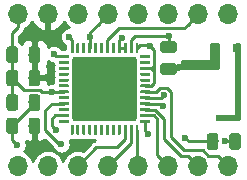
<source format=gbr>
G04 #@! TF.GenerationSoftware,KiCad,Pcbnew,(5.1.4-0-10_14)*
G04 #@! TF.CreationDate,2020-04-02T23:01:16+03:00*
G04 #@! TF.ProjectId,esp32-pico-d4-module,65737033-322d-4706-9963-6f2d64342d6d,rev?*
G04 #@! TF.SameCoordinates,Original*
G04 #@! TF.FileFunction,Copper,L1,Top*
G04 #@! TF.FilePolarity,Positive*
%FSLAX46Y46*%
G04 Gerber Fmt 4.6, Leading zero omitted, Abs format (unit mm)*
G04 Created by KiCad (PCBNEW (5.1.4-0-10_14)) date 2020-04-02 23:01:16*
%MOMM*%
%LPD*%
G04 APERTURE LIST*
%ADD10C,0.100000*%
%ADD11C,0.975000*%
%ADD12C,0.500000*%
%ADD13C,5.450000*%
%ADD14C,0.250000*%
%ADD15R,0.550000X0.800000*%
%ADD16R,0.500000X0.500000*%
%ADD17O,1.700000X1.700000*%
%ADD18C,0.600000*%
%ADD19C,0.250000*%
%ADD20C,0.254000*%
G04 APERTURE END LIST*
D10*
G36*
X126555142Y-111851174D02*
G01*
X126578803Y-111854684D01*
X126602007Y-111860496D01*
X126624529Y-111868554D01*
X126646153Y-111878782D01*
X126666670Y-111891079D01*
X126685883Y-111905329D01*
X126703607Y-111921393D01*
X126719671Y-111939117D01*
X126733921Y-111958330D01*
X126746218Y-111978847D01*
X126756446Y-112000471D01*
X126764504Y-112022993D01*
X126770316Y-112046197D01*
X126773826Y-112069858D01*
X126775000Y-112093750D01*
X126775000Y-113006250D01*
X126773826Y-113030142D01*
X126770316Y-113053803D01*
X126764504Y-113077007D01*
X126756446Y-113099529D01*
X126746218Y-113121153D01*
X126733921Y-113141670D01*
X126719671Y-113160883D01*
X126703607Y-113178607D01*
X126685883Y-113194671D01*
X126666670Y-113208921D01*
X126646153Y-113221218D01*
X126624529Y-113231446D01*
X126602007Y-113239504D01*
X126578803Y-113245316D01*
X126555142Y-113248826D01*
X126531250Y-113250000D01*
X126043750Y-113250000D01*
X126019858Y-113248826D01*
X125996197Y-113245316D01*
X125972993Y-113239504D01*
X125950471Y-113231446D01*
X125928847Y-113221218D01*
X125908330Y-113208921D01*
X125889117Y-113194671D01*
X125871393Y-113178607D01*
X125855329Y-113160883D01*
X125841079Y-113141670D01*
X125828782Y-113121153D01*
X125818554Y-113099529D01*
X125810496Y-113077007D01*
X125804684Y-113053803D01*
X125801174Y-113030142D01*
X125800000Y-113006250D01*
X125800000Y-112093750D01*
X125801174Y-112069858D01*
X125804684Y-112046197D01*
X125810496Y-112022993D01*
X125818554Y-112000471D01*
X125828782Y-111978847D01*
X125841079Y-111958330D01*
X125855329Y-111939117D01*
X125871393Y-111921393D01*
X125889117Y-111905329D01*
X125908330Y-111891079D01*
X125928847Y-111878782D01*
X125950471Y-111868554D01*
X125972993Y-111860496D01*
X125996197Y-111854684D01*
X126019858Y-111851174D01*
X126043750Y-111850000D01*
X126531250Y-111850000D01*
X126555142Y-111851174D01*
X126555142Y-111851174D01*
G37*
D11*
X126287500Y-112550000D03*
D10*
G36*
X128430142Y-111851174D02*
G01*
X128453803Y-111854684D01*
X128477007Y-111860496D01*
X128499529Y-111868554D01*
X128521153Y-111878782D01*
X128541670Y-111891079D01*
X128560883Y-111905329D01*
X128578607Y-111921393D01*
X128594671Y-111939117D01*
X128608921Y-111958330D01*
X128621218Y-111978847D01*
X128631446Y-112000471D01*
X128639504Y-112022993D01*
X128645316Y-112046197D01*
X128648826Y-112069858D01*
X128650000Y-112093750D01*
X128650000Y-113006250D01*
X128648826Y-113030142D01*
X128645316Y-113053803D01*
X128639504Y-113077007D01*
X128631446Y-113099529D01*
X128621218Y-113121153D01*
X128608921Y-113141670D01*
X128594671Y-113160883D01*
X128578607Y-113178607D01*
X128560883Y-113194671D01*
X128541670Y-113208921D01*
X128521153Y-113221218D01*
X128499529Y-113231446D01*
X128477007Y-113239504D01*
X128453803Y-113245316D01*
X128430142Y-113248826D01*
X128406250Y-113250000D01*
X127918750Y-113250000D01*
X127894858Y-113248826D01*
X127871197Y-113245316D01*
X127847993Y-113239504D01*
X127825471Y-113231446D01*
X127803847Y-113221218D01*
X127783330Y-113208921D01*
X127764117Y-113194671D01*
X127746393Y-113178607D01*
X127730329Y-113160883D01*
X127716079Y-113141670D01*
X127703782Y-113121153D01*
X127693554Y-113099529D01*
X127685496Y-113077007D01*
X127679684Y-113053803D01*
X127676174Y-113030142D01*
X127675000Y-113006250D01*
X127675000Y-112093750D01*
X127676174Y-112069858D01*
X127679684Y-112046197D01*
X127685496Y-112022993D01*
X127693554Y-112000471D01*
X127703782Y-111978847D01*
X127716079Y-111958330D01*
X127730329Y-111939117D01*
X127746393Y-111921393D01*
X127764117Y-111905329D01*
X127783330Y-111891079D01*
X127803847Y-111878782D01*
X127825471Y-111868554D01*
X127847993Y-111860496D01*
X127871197Y-111854684D01*
X127894858Y-111851174D01*
X127918750Y-111850000D01*
X128406250Y-111850000D01*
X128430142Y-111851174D01*
X128430142Y-111851174D01*
G37*
D11*
X128162500Y-112550000D03*
D10*
G36*
X111455142Y-110526174D02*
G01*
X111478803Y-110529684D01*
X111502007Y-110535496D01*
X111524529Y-110543554D01*
X111546153Y-110553782D01*
X111566670Y-110566079D01*
X111585883Y-110580329D01*
X111603607Y-110596393D01*
X111619671Y-110614117D01*
X111633921Y-110633330D01*
X111646218Y-110653847D01*
X111656446Y-110675471D01*
X111664504Y-110697993D01*
X111670316Y-110721197D01*
X111673826Y-110744858D01*
X111675000Y-110768750D01*
X111675000Y-111681250D01*
X111673826Y-111705142D01*
X111670316Y-111728803D01*
X111664504Y-111752007D01*
X111656446Y-111774529D01*
X111646218Y-111796153D01*
X111633921Y-111816670D01*
X111619671Y-111835883D01*
X111603607Y-111853607D01*
X111585883Y-111869671D01*
X111566670Y-111883921D01*
X111546153Y-111896218D01*
X111524529Y-111906446D01*
X111502007Y-111914504D01*
X111478803Y-111920316D01*
X111455142Y-111923826D01*
X111431250Y-111925000D01*
X110943750Y-111925000D01*
X110919858Y-111923826D01*
X110896197Y-111920316D01*
X110872993Y-111914504D01*
X110850471Y-111906446D01*
X110828847Y-111896218D01*
X110808330Y-111883921D01*
X110789117Y-111869671D01*
X110771393Y-111853607D01*
X110755329Y-111835883D01*
X110741079Y-111816670D01*
X110728782Y-111796153D01*
X110718554Y-111774529D01*
X110710496Y-111752007D01*
X110704684Y-111728803D01*
X110701174Y-111705142D01*
X110700000Y-111681250D01*
X110700000Y-110768750D01*
X110701174Y-110744858D01*
X110704684Y-110721197D01*
X110710496Y-110697993D01*
X110718554Y-110675471D01*
X110728782Y-110653847D01*
X110741079Y-110633330D01*
X110755329Y-110614117D01*
X110771393Y-110596393D01*
X110789117Y-110580329D01*
X110808330Y-110566079D01*
X110828847Y-110553782D01*
X110850471Y-110543554D01*
X110872993Y-110535496D01*
X110896197Y-110529684D01*
X110919858Y-110526174D01*
X110943750Y-110525000D01*
X111431250Y-110525000D01*
X111455142Y-110526174D01*
X111455142Y-110526174D01*
G37*
D11*
X111187500Y-111225000D03*
D10*
G36*
X109580142Y-110526174D02*
G01*
X109603803Y-110529684D01*
X109627007Y-110535496D01*
X109649529Y-110543554D01*
X109671153Y-110553782D01*
X109691670Y-110566079D01*
X109710883Y-110580329D01*
X109728607Y-110596393D01*
X109744671Y-110614117D01*
X109758921Y-110633330D01*
X109771218Y-110653847D01*
X109781446Y-110675471D01*
X109789504Y-110697993D01*
X109795316Y-110721197D01*
X109798826Y-110744858D01*
X109800000Y-110768750D01*
X109800000Y-111681250D01*
X109798826Y-111705142D01*
X109795316Y-111728803D01*
X109789504Y-111752007D01*
X109781446Y-111774529D01*
X109771218Y-111796153D01*
X109758921Y-111816670D01*
X109744671Y-111835883D01*
X109728607Y-111853607D01*
X109710883Y-111869671D01*
X109691670Y-111883921D01*
X109671153Y-111896218D01*
X109649529Y-111906446D01*
X109627007Y-111914504D01*
X109603803Y-111920316D01*
X109580142Y-111923826D01*
X109556250Y-111925000D01*
X109068750Y-111925000D01*
X109044858Y-111923826D01*
X109021197Y-111920316D01*
X108997993Y-111914504D01*
X108975471Y-111906446D01*
X108953847Y-111896218D01*
X108933330Y-111883921D01*
X108914117Y-111869671D01*
X108896393Y-111853607D01*
X108880329Y-111835883D01*
X108866079Y-111816670D01*
X108853782Y-111796153D01*
X108843554Y-111774529D01*
X108835496Y-111752007D01*
X108829684Y-111728803D01*
X108826174Y-111705142D01*
X108825000Y-111681250D01*
X108825000Y-110768750D01*
X108826174Y-110744858D01*
X108829684Y-110721197D01*
X108835496Y-110697993D01*
X108843554Y-110675471D01*
X108853782Y-110653847D01*
X108866079Y-110633330D01*
X108880329Y-110614117D01*
X108896393Y-110596393D01*
X108914117Y-110580329D01*
X108933330Y-110566079D01*
X108953847Y-110553782D01*
X108975471Y-110543554D01*
X108997993Y-110535496D01*
X109021197Y-110529684D01*
X109044858Y-110526174D01*
X109068750Y-110525000D01*
X109556250Y-110525000D01*
X109580142Y-110526174D01*
X109580142Y-110526174D01*
G37*
D11*
X109312500Y-111225000D03*
D10*
G36*
X109580142Y-108551174D02*
G01*
X109603803Y-108554684D01*
X109627007Y-108560496D01*
X109649529Y-108568554D01*
X109671153Y-108578782D01*
X109691670Y-108591079D01*
X109710883Y-108605329D01*
X109728607Y-108621393D01*
X109744671Y-108639117D01*
X109758921Y-108658330D01*
X109771218Y-108678847D01*
X109781446Y-108700471D01*
X109789504Y-108722993D01*
X109795316Y-108746197D01*
X109798826Y-108769858D01*
X109800000Y-108793750D01*
X109800000Y-109706250D01*
X109798826Y-109730142D01*
X109795316Y-109753803D01*
X109789504Y-109777007D01*
X109781446Y-109799529D01*
X109771218Y-109821153D01*
X109758921Y-109841670D01*
X109744671Y-109860883D01*
X109728607Y-109878607D01*
X109710883Y-109894671D01*
X109691670Y-109908921D01*
X109671153Y-109921218D01*
X109649529Y-109931446D01*
X109627007Y-109939504D01*
X109603803Y-109945316D01*
X109580142Y-109948826D01*
X109556250Y-109950000D01*
X109068750Y-109950000D01*
X109044858Y-109948826D01*
X109021197Y-109945316D01*
X108997993Y-109939504D01*
X108975471Y-109931446D01*
X108953847Y-109921218D01*
X108933330Y-109908921D01*
X108914117Y-109894671D01*
X108896393Y-109878607D01*
X108880329Y-109860883D01*
X108866079Y-109841670D01*
X108853782Y-109821153D01*
X108843554Y-109799529D01*
X108835496Y-109777007D01*
X108829684Y-109753803D01*
X108826174Y-109730142D01*
X108825000Y-109706250D01*
X108825000Y-108793750D01*
X108826174Y-108769858D01*
X108829684Y-108746197D01*
X108835496Y-108722993D01*
X108843554Y-108700471D01*
X108853782Y-108678847D01*
X108866079Y-108658330D01*
X108880329Y-108639117D01*
X108896393Y-108621393D01*
X108914117Y-108605329D01*
X108933330Y-108591079D01*
X108953847Y-108578782D01*
X108975471Y-108568554D01*
X108997993Y-108560496D01*
X109021197Y-108554684D01*
X109044858Y-108551174D01*
X109068750Y-108550000D01*
X109556250Y-108550000D01*
X109580142Y-108551174D01*
X109580142Y-108551174D01*
G37*
D11*
X109312500Y-109250000D03*
D10*
G36*
X111455142Y-108551174D02*
G01*
X111478803Y-108554684D01*
X111502007Y-108560496D01*
X111524529Y-108568554D01*
X111546153Y-108578782D01*
X111566670Y-108591079D01*
X111585883Y-108605329D01*
X111603607Y-108621393D01*
X111619671Y-108639117D01*
X111633921Y-108658330D01*
X111646218Y-108678847D01*
X111656446Y-108700471D01*
X111664504Y-108722993D01*
X111670316Y-108746197D01*
X111673826Y-108769858D01*
X111675000Y-108793750D01*
X111675000Y-109706250D01*
X111673826Y-109730142D01*
X111670316Y-109753803D01*
X111664504Y-109777007D01*
X111656446Y-109799529D01*
X111646218Y-109821153D01*
X111633921Y-109841670D01*
X111619671Y-109860883D01*
X111603607Y-109878607D01*
X111585883Y-109894671D01*
X111566670Y-109908921D01*
X111546153Y-109921218D01*
X111524529Y-109931446D01*
X111502007Y-109939504D01*
X111478803Y-109945316D01*
X111455142Y-109948826D01*
X111431250Y-109950000D01*
X110943750Y-109950000D01*
X110919858Y-109948826D01*
X110896197Y-109945316D01*
X110872993Y-109939504D01*
X110850471Y-109931446D01*
X110828847Y-109921218D01*
X110808330Y-109908921D01*
X110789117Y-109894671D01*
X110771393Y-109878607D01*
X110755329Y-109860883D01*
X110741079Y-109841670D01*
X110728782Y-109821153D01*
X110718554Y-109799529D01*
X110710496Y-109777007D01*
X110704684Y-109753803D01*
X110701174Y-109730142D01*
X110700000Y-109706250D01*
X110700000Y-108793750D01*
X110701174Y-108769858D01*
X110704684Y-108746197D01*
X110710496Y-108722993D01*
X110718554Y-108700471D01*
X110728782Y-108678847D01*
X110741079Y-108658330D01*
X110755329Y-108639117D01*
X110771393Y-108621393D01*
X110789117Y-108605329D01*
X110808330Y-108591079D01*
X110828847Y-108578782D01*
X110850471Y-108568554D01*
X110872993Y-108560496D01*
X110896197Y-108554684D01*
X110919858Y-108551174D01*
X110943750Y-108550000D01*
X111431250Y-108550000D01*
X111455142Y-108551174D01*
X111455142Y-108551174D01*
G37*
D11*
X111187500Y-109250000D03*
D10*
G36*
X109580142Y-104501174D02*
G01*
X109603803Y-104504684D01*
X109627007Y-104510496D01*
X109649529Y-104518554D01*
X109671153Y-104528782D01*
X109691670Y-104541079D01*
X109710883Y-104555329D01*
X109728607Y-104571393D01*
X109744671Y-104589117D01*
X109758921Y-104608330D01*
X109771218Y-104628847D01*
X109781446Y-104650471D01*
X109789504Y-104672993D01*
X109795316Y-104696197D01*
X109798826Y-104719858D01*
X109800000Y-104743750D01*
X109800000Y-105656250D01*
X109798826Y-105680142D01*
X109795316Y-105703803D01*
X109789504Y-105727007D01*
X109781446Y-105749529D01*
X109771218Y-105771153D01*
X109758921Y-105791670D01*
X109744671Y-105810883D01*
X109728607Y-105828607D01*
X109710883Y-105844671D01*
X109691670Y-105858921D01*
X109671153Y-105871218D01*
X109649529Y-105881446D01*
X109627007Y-105889504D01*
X109603803Y-105895316D01*
X109580142Y-105898826D01*
X109556250Y-105900000D01*
X109068750Y-105900000D01*
X109044858Y-105898826D01*
X109021197Y-105895316D01*
X108997993Y-105889504D01*
X108975471Y-105881446D01*
X108953847Y-105871218D01*
X108933330Y-105858921D01*
X108914117Y-105844671D01*
X108896393Y-105828607D01*
X108880329Y-105810883D01*
X108866079Y-105791670D01*
X108853782Y-105771153D01*
X108843554Y-105749529D01*
X108835496Y-105727007D01*
X108829684Y-105703803D01*
X108826174Y-105680142D01*
X108825000Y-105656250D01*
X108825000Y-104743750D01*
X108826174Y-104719858D01*
X108829684Y-104696197D01*
X108835496Y-104672993D01*
X108843554Y-104650471D01*
X108853782Y-104628847D01*
X108866079Y-104608330D01*
X108880329Y-104589117D01*
X108896393Y-104571393D01*
X108914117Y-104555329D01*
X108933330Y-104541079D01*
X108953847Y-104528782D01*
X108975471Y-104518554D01*
X108997993Y-104510496D01*
X109021197Y-104504684D01*
X109044858Y-104501174D01*
X109068750Y-104500000D01*
X109556250Y-104500000D01*
X109580142Y-104501174D01*
X109580142Y-104501174D01*
G37*
D11*
X109312500Y-105200000D03*
D10*
G36*
X111455142Y-104501174D02*
G01*
X111478803Y-104504684D01*
X111502007Y-104510496D01*
X111524529Y-104518554D01*
X111546153Y-104528782D01*
X111566670Y-104541079D01*
X111585883Y-104555329D01*
X111603607Y-104571393D01*
X111619671Y-104589117D01*
X111633921Y-104608330D01*
X111646218Y-104628847D01*
X111656446Y-104650471D01*
X111664504Y-104672993D01*
X111670316Y-104696197D01*
X111673826Y-104719858D01*
X111675000Y-104743750D01*
X111675000Y-105656250D01*
X111673826Y-105680142D01*
X111670316Y-105703803D01*
X111664504Y-105727007D01*
X111656446Y-105749529D01*
X111646218Y-105771153D01*
X111633921Y-105791670D01*
X111619671Y-105810883D01*
X111603607Y-105828607D01*
X111585883Y-105844671D01*
X111566670Y-105858921D01*
X111546153Y-105871218D01*
X111524529Y-105881446D01*
X111502007Y-105889504D01*
X111478803Y-105895316D01*
X111455142Y-105898826D01*
X111431250Y-105900000D01*
X110943750Y-105900000D01*
X110919858Y-105898826D01*
X110896197Y-105895316D01*
X110872993Y-105889504D01*
X110850471Y-105881446D01*
X110828847Y-105871218D01*
X110808330Y-105858921D01*
X110789117Y-105844671D01*
X110771393Y-105828607D01*
X110755329Y-105810883D01*
X110741079Y-105791670D01*
X110728782Y-105771153D01*
X110718554Y-105749529D01*
X110710496Y-105727007D01*
X110704684Y-105703803D01*
X110701174Y-105680142D01*
X110700000Y-105656250D01*
X110700000Y-104743750D01*
X110701174Y-104719858D01*
X110704684Y-104696197D01*
X110710496Y-104672993D01*
X110718554Y-104650471D01*
X110728782Y-104628847D01*
X110741079Y-104608330D01*
X110755329Y-104589117D01*
X110771393Y-104571393D01*
X110789117Y-104555329D01*
X110808330Y-104541079D01*
X110828847Y-104528782D01*
X110850471Y-104518554D01*
X110872993Y-104510496D01*
X110896197Y-104504684D01*
X110919858Y-104501174D01*
X110943750Y-104500000D01*
X111431250Y-104500000D01*
X111455142Y-104501174D01*
X111455142Y-104501174D01*
G37*
D11*
X111187500Y-105200000D03*
D10*
G36*
X109580142Y-106476174D02*
G01*
X109603803Y-106479684D01*
X109627007Y-106485496D01*
X109649529Y-106493554D01*
X109671153Y-106503782D01*
X109691670Y-106516079D01*
X109710883Y-106530329D01*
X109728607Y-106546393D01*
X109744671Y-106564117D01*
X109758921Y-106583330D01*
X109771218Y-106603847D01*
X109781446Y-106625471D01*
X109789504Y-106647993D01*
X109795316Y-106671197D01*
X109798826Y-106694858D01*
X109800000Y-106718750D01*
X109800000Y-107631250D01*
X109798826Y-107655142D01*
X109795316Y-107678803D01*
X109789504Y-107702007D01*
X109781446Y-107724529D01*
X109771218Y-107746153D01*
X109758921Y-107766670D01*
X109744671Y-107785883D01*
X109728607Y-107803607D01*
X109710883Y-107819671D01*
X109691670Y-107833921D01*
X109671153Y-107846218D01*
X109649529Y-107856446D01*
X109627007Y-107864504D01*
X109603803Y-107870316D01*
X109580142Y-107873826D01*
X109556250Y-107875000D01*
X109068750Y-107875000D01*
X109044858Y-107873826D01*
X109021197Y-107870316D01*
X108997993Y-107864504D01*
X108975471Y-107856446D01*
X108953847Y-107846218D01*
X108933330Y-107833921D01*
X108914117Y-107819671D01*
X108896393Y-107803607D01*
X108880329Y-107785883D01*
X108866079Y-107766670D01*
X108853782Y-107746153D01*
X108843554Y-107724529D01*
X108835496Y-107702007D01*
X108829684Y-107678803D01*
X108826174Y-107655142D01*
X108825000Y-107631250D01*
X108825000Y-106718750D01*
X108826174Y-106694858D01*
X108829684Y-106671197D01*
X108835496Y-106647993D01*
X108843554Y-106625471D01*
X108853782Y-106603847D01*
X108866079Y-106583330D01*
X108880329Y-106564117D01*
X108896393Y-106546393D01*
X108914117Y-106530329D01*
X108933330Y-106516079D01*
X108953847Y-106503782D01*
X108975471Y-106493554D01*
X108997993Y-106485496D01*
X109021197Y-106479684D01*
X109044858Y-106476174D01*
X109068750Y-106475000D01*
X109556250Y-106475000D01*
X109580142Y-106476174D01*
X109580142Y-106476174D01*
G37*
D11*
X109312500Y-107175000D03*
D10*
G36*
X111455142Y-106476174D02*
G01*
X111478803Y-106479684D01*
X111502007Y-106485496D01*
X111524529Y-106493554D01*
X111546153Y-106503782D01*
X111566670Y-106516079D01*
X111585883Y-106530329D01*
X111603607Y-106546393D01*
X111619671Y-106564117D01*
X111633921Y-106583330D01*
X111646218Y-106603847D01*
X111656446Y-106625471D01*
X111664504Y-106647993D01*
X111670316Y-106671197D01*
X111673826Y-106694858D01*
X111675000Y-106718750D01*
X111675000Y-107631250D01*
X111673826Y-107655142D01*
X111670316Y-107678803D01*
X111664504Y-107702007D01*
X111656446Y-107724529D01*
X111646218Y-107746153D01*
X111633921Y-107766670D01*
X111619671Y-107785883D01*
X111603607Y-107803607D01*
X111585883Y-107819671D01*
X111566670Y-107833921D01*
X111546153Y-107846218D01*
X111524529Y-107856446D01*
X111502007Y-107864504D01*
X111478803Y-107870316D01*
X111455142Y-107873826D01*
X111431250Y-107875000D01*
X110943750Y-107875000D01*
X110919858Y-107873826D01*
X110896197Y-107870316D01*
X110872993Y-107864504D01*
X110850471Y-107856446D01*
X110828847Y-107846218D01*
X110808330Y-107833921D01*
X110789117Y-107819671D01*
X110771393Y-107803607D01*
X110755329Y-107785883D01*
X110741079Y-107766670D01*
X110728782Y-107746153D01*
X110718554Y-107724529D01*
X110710496Y-107702007D01*
X110704684Y-107678803D01*
X110701174Y-107655142D01*
X110700000Y-107631250D01*
X110700000Y-106718750D01*
X110701174Y-106694858D01*
X110704684Y-106671197D01*
X110710496Y-106647993D01*
X110718554Y-106625471D01*
X110728782Y-106603847D01*
X110741079Y-106583330D01*
X110755329Y-106564117D01*
X110771393Y-106546393D01*
X110789117Y-106530329D01*
X110808330Y-106516079D01*
X110828847Y-106503782D01*
X110850471Y-106493554D01*
X110872993Y-106485496D01*
X110896197Y-106479684D01*
X110919858Y-106476174D01*
X110943750Y-106475000D01*
X111431250Y-106475000D01*
X111455142Y-106476174D01*
X111455142Y-106476174D01*
G37*
D11*
X111187500Y-107175000D03*
D12*
X117125000Y-108100000D03*
X114650000Y-108100000D03*
D10*
G36*
X119624502Y-105376204D02*
G01*
X119648771Y-105379804D01*
X119672570Y-105385765D01*
X119695670Y-105394030D01*
X119717848Y-105404520D01*
X119738892Y-105417133D01*
X119758598Y-105431748D01*
X119776776Y-105448224D01*
X119793252Y-105466402D01*
X119807867Y-105486108D01*
X119820480Y-105507152D01*
X119830970Y-105529330D01*
X119839235Y-105552430D01*
X119845196Y-105576229D01*
X119848796Y-105600498D01*
X119850000Y-105625002D01*
X119850000Y-110574998D01*
X119848796Y-110599502D01*
X119845196Y-110623771D01*
X119839235Y-110647570D01*
X119830970Y-110670670D01*
X119820480Y-110692848D01*
X119807867Y-110713892D01*
X119793252Y-110733598D01*
X119776776Y-110751776D01*
X119758598Y-110768252D01*
X119738892Y-110782867D01*
X119717848Y-110795480D01*
X119695670Y-110805970D01*
X119672570Y-110814235D01*
X119648771Y-110820196D01*
X119624502Y-110823796D01*
X119599998Y-110825000D01*
X114650002Y-110825000D01*
X114625498Y-110823796D01*
X114601229Y-110820196D01*
X114577430Y-110814235D01*
X114554330Y-110805970D01*
X114532152Y-110795480D01*
X114511108Y-110782867D01*
X114491402Y-110768252D01*
X114473224Y-110751776D01*
X114456748Y-110733598D01*
X114442133Y-110713892D01*
X114429520Y-110692848D01*
X114419030Y-110670670D01*
X114410765Y-110647570D01*
X114404804Y-110623771D01*
X114401204Y-110599502D01*
X114400000Y-110574998D01*
X114400000Y-105625002D01*
X114401204Y-105600498D01*
X114404804Y-105576229D01*
X114410765Y-105552430D01*
X114419030Y-105529330D01*
X114429520Y-105507152D01*
X114442133Y-105486108D01*
X114456748Y-105466402D01*
X114473224Y-105448224D01*
X114491402Y-105431748D01*
X114511108Y-105417133D01*
X114532152Y-105404520D01*
X114554330Y-105394030D01*
X114577430Y-105385765D01*
X114601229Y-105379804D01*
X114625498Y-105376204D01*
X114650002Y-105375000D01*
X119599998Y-105375000D01*
X119624502Y-105376204D01*
X119624502Y-105376204D01*
G37*
D13*
X117125000Y-108100000D03*
D10*
G36*
X119943626Y-104225301D02*
G01*
X119949693Y-104226201D01*
X119955643Y-104227691D01*
X119961418Y-104229758D01*
X119966962Y-104232380D01*
X119972223Y-104235533D01*
X119977150Y-104239187D01*
X119981694Y-104243306D01*
X119985813Y-104247850D01*
X119989467Y-104252777D01*
X119992620Y-104258038D01*
X119995242Y-104263582D01*
X119997309Y-104269357D01*
X119998799Y-104275307D01*
X119999699Y-104281374D01*
X120000000Y-104287500D01*
X120000000Y-105012500D01*
X119999699Y-105018626D01*
X119998799Y-105024693D01*
X119997309Y-105030643D01*
X119995242Y-105036418D01*
X119992620Y-105041962D01*
X119989467Y-105047223D01*
X119985813Y-105052150D01*
X119981694Y-105056694D01*
X119977150Y-105060813D01*
X119972223Y-105064467D01*
X119966962Y-105067620D01*
X119961418Y-105070242D01*
X119955643Y-105072309D01*
X119949693Y-105073799D01*
X119943626Y-105074699D01*
X119937500Y-105075000D01*
X119812500Y-105075000D01*
X119806374Y-105074699D01*
X119800307Y-105073799D01*
X119794357Y-105072309D01*
X119788582Y-105070242D01*
X119783038Y-105067620D01*
X119777777Y-105064467D01*
X119772850Y-105060813D01*
X119768306Y-105056694D01*
X119764187Y-105052150D01*
X119760533Y-105047223D01*
X119757380Y-105041962D01*
X119754758Y-105036418D01*
X119752691Y-105030643D01*
X119751201Y-105024693D01*
X119750301Y-105018626D01*
X119750000Y-105012500D01*
X119750000Y-104287500D01*
X119750301Y-104281374D01*
X119751201Y-104275307D01*
X119752691Y-104269357D01*
X119754758Y-104263582D01*
X119757380Y-104258038D01*
X119760533Y-104252777D01*
X119764187Y-104247850D01*
X119768306Y-104243306D01*
X119772850Y-104239187D01*
X119777777Y-104235533D01*
X119783038Y-104232380D01*
X119788582Y-104229758D01*
X119794357Y-104227691D01*
X119800307Y-104226201D01*
X119806374Y-104225301D01*
X119812500Y-104225000D01*
X119937500Y-104225000D01*
X119943626Y-104225301D01*
X119943626Y-104225301D01*
G37*
D14*
X119875000Y-104650000D03*
D10*
G36*
X119443626Y-104225301D02*
G01*
X119449693Y-104226201D01*
X119455643Y-104227691D01*
X119461418Y-104229758D01*
X119466962Y-104232380D01*
X119472223Y-104235533D01*
X119477150Y-104239187D01*
X119481694Y-104243306D01*
X119485813Y-104247850D01*
X119489467Y-104252777D01*
X119492620Y-104258038D01*
X119495242Y-104263582D01*
X119497309Y-104269357D01*
X119498799Y-104275307D01*
X119499699Y-104281374D01*
X119500000Y-104287500D01*
X119500000Y-105012500D01*
X119499699Y-105018626D01*
X119498799Y-105024693D01*
X119497309Y-105030643D01*
X119495242Y-105036418D01*
X119492620Y-105041962D01*
X119489467Y-105047223D01*
X119485813Y-105052150D01*
X119481694Y-105056694D01*
X119477150Y-105060813D01*
X119472223Y-105064467D01*
X119466962Y-105067620D01*
X119461418Y-105070242D01*
X119455643Y-105072309D01*
X119449693Y-105073799D01*
X119443626Y-105074699D01*
X119437500Y-105075000D01*
X119312500Y-105075000D01*
X119306374Y-105074699D01*
X119300307Y-105073799D01*
X119294357Y-105072309D01*
X119288582Y-105070242D01*
X119283038Y-105067620D01*
X119277777Y-105064467D01*
X119272850Y-105060813D01*
X119268306Y-105056694D01*
X119264187Y-105052150D01*
X119260533Y-105047223D01*
X119257380Y-105041962D01*
X119254758Y-105036418D01*
X119252691Y-105030643D01*
X119251201Y-105024693D01*
X119250301Y-105018626D01*
X119250000Y-105012500D01*
X119250000Y-104287500D01*
X119250301Y-104281374D01*
X119251201Y-104275307D01*
X119252691Y-104269357D01*
X119254758Y-104263582D01*
X119257380Y-104258038D01*
X119260533Y-104252777D01*
X119264187Y-104247850D01*
X119268306Y-104243306D01*
X119272850Y-104239187D01*
X119277777Y-104235533D01*
X119283038Y-104232380D01*
X119288582Y-104229758D01*
X119294357Y-104227691D01*
X119300307Y-104226201D01*
X119306374Y-104225301D01*
X119312500Y-104225000D01*
X119437500Y-104225000D01*
X119443626Y-104225301D01*
X119443626Y-104225301D01*
G37*
D14*
X119375000Y-104650000D03*
D10*
G36*
X118943626Y-104225301D02*
G01*
X118949693Y-104226201D01*
X118955643Y-104227691D01*
X118961418Y-104229758D01*
X118966962Y-104232380D01*
X118972223Y-104235533D01*
X118977150Y-104239187D01*
X118981694Y-104243306D01*
X118985813Y-104247850D01*
X118989467Y-104252777D01*
X118992620Y-104258038D01*
X118995242Y-104263582D01*
X118997309Y-104269357D01*
X118998799Y-104275307D01*
X118999699Y-104281374D01*
X119000000Y-104287500D01*
X119000000Y-105012500D01*
X118999699Y-105018626D01*
X118998799Y-105024693D01*
X118997309Y-105030643D01*
X118995242Y-105036418D01*
X118992620Y-105041962D01*
X118989467Y-105047223D01*
X118985813Y-105052150D01*
X118981694Y-105056694D01*
X118977150Y-105060813D01*
X118972223Y-105064467D01*
X118966962Y-105067620D01*
X118961418Y-105070242D01*
X118955643Y-105072309D01*
X118949693Y-105073799D01*
X118943626Y-105074699D01*
X118937500Y-105075000D01*
X118812500Y-105075000D01*
X118806374Y-105074699D01*
X118800307Y-105073799D01*
X118794357Y-105072309D01*
X118788582Y-105070242D01*
X118783038Y-105067620D01*
X118777777Y-105064467D01*
X118772850Y-105060813D01*
X118768306Y-105056694D01*
X118764187Y-105052150D01*
X118760533Y-105047223D01*
X118757380Y-105041962D01*
X118754758Y-105036418D01*
X118752691Y-105030643D01*
X118751201Y-105024693D01*
X118750301Y-105018626D01*
X118750000Y-105012500D01*
X118750000Y-104287500D01*
X118750301Y-104281374D01*
X118751201Y-104275307D01*
X118752691Y-104269357D01*
X118754758Y-104263582D01*
X118757380Y-104258038D01*
X118760533Y-104252777D01*
X118764187Y-104247850D01*
X118768306Y-104243306D01*
X118772850Y-104239187D01*
X118777777Y-104235533D01*
X118783038Y-104232380D01*
X118788582Y-104229758D01*
X118794357Y-104227691D01*
X118800307Y-104226201D01*
X118806374Y-104225301D01*
X118812500Y-104225000D01*
X118937500Y-104225000D01*
X118943626Y-104225301D01*
X118943626Y-104225301D01*
G37*
D14*
X118875000Y-104650000D03*
D10*
G36*
X118443626Y-104225301D02*
G01*
X118449693Y-104226201D01*
X118455643Y-104227691D01*
X118461418Y-104229758D01*
X118466962Y-104232380D01*
X118472223Y-104235533D01*
X118477150Y-104239187D01*
X118481694Y-104243306D01*
X118485813Y-104247850D01*
X118489467Y-104252777D01*
X118492620Y-104258038D01*
X118495242Y-104263582D01*
X118497309Y-104269357D01*
X118498799Y-104275307D01*
X118499699Y-104281374D01*
X118500000Y-104287500D01*
X118500000Y-105012500D01*
X118499699Y-105018626D01*
X118498799Y-105024693D01*
X118497309Y-105030643D01*
X118495242Y-105036418D01*
X118492620Y-105041962D01*
X118489467Y-105047223D01*
X118485813Y-105052150D01*
X118481694Y-105056694D01*
X118477150Y-105060813D01*
X118472223Y-105064467D01*
X118466962Y-105067620D01*
X118461418Y-105070242D01*
X118455643Y-105072309D01*
X118449693Y-105073799D01*
X118443626Y-105074699D01*
X118437500Y-105075000D01*
X118312500Y-105075000D01*
X118306374Y-105074699D01*
X118300307Y-105073799D01*
X118294357Y-105072309D01*
X118288582Y-105070242D01*
X118283038Y-105067620D01*
X118277777Y-105064467D01*
X118272850Y-105060813D01*
X118268306Y-105056694D01*
X118264187Y-105052150D01*
X118260533Y-105047223D01*
X118257380Y-105041962D01*
X118254758Y-105036418D01*
X118252691Y-105030643D01*
X118251201Y-105024693D01*
X118250301Y-105018626D01*
X118250000Y-105012500D01*
X118250000Y-104287500D01*
X118250301Y-104281374D01*
X118251201Y-104275307D01*
X118252691Y-104269357D01*
X118254758Y-104263582D01*
X118257380Y-104258038D01*
X118260533Y-104252777D01*
X118264187Y-104247850D01*
X118268306Y-104243306D01*
X118272850Y-104239187D01*
X118277777Y-104235533D01*
X118283038Y-104232380D01*
X118288582Y-104229758D01*
X118294357Y-104227691D01*
X118300307Y-104226201D01*
X118306374Y-104225301D01*
X118312500Y-104225000D01*
X118437500Y-104225000D01*
X118443626Y-104225301D01*
X118443626Y-104225301D01*
G37*
D14*
X118375000Y-104650000D03*
D10*
G36*
X117943626Y-104225301D02*
G01*
X117949693Y-104226201D01*
X117955643Y-104227691D01*
X117961418Y-104229758D01*
X117966962Y-104232380D01*
X117972223Y-104235533D01*
X117977150Y-104239187D01*
X117981694Y-104243306D01*
X117985813Y-104247850D01*
X117989467Y-104252777D01*
X117992620Y-104258038D01*
X117995242Y-104263582D01*
X117997309Y-104269357D01*
X117998799Y-104275307D01*
X117999699Y-104281374D01*
X118000000Y-104287500D01*
X118000000Y-105012500D01*
X117999699Y-105018626D01*
X117998799Y-105024693D01*
X117997309Y-105030643D01*
X117995242Y-105036418D01*
X117992620Y-105041962D01*
X117989467Y-105047223D01*
X117985813Y-105052150D01*
X117981694Y-105056694D01*
X117977150Y-105060813D01*
X117972223Y-105064467D01*
X117966962Y-105067620D01*
X117961418Y-105070242D01*
X117955643Y-105072309D01*
X117949693Y-105073799D01*
X117943626Y-105074699D01*
X117937500Y-105075000D01*
X117812500Y-105075000D01*
X117806374Y-105074699D01*
X117800307Y-105073799D01*
X117794357Y-105072309D01*
X117788582Y-105070242D01*
X117783038Y-105067620D01*
X117777777Y-105064467D01*
X117772850Y-105060813D01*
X117768306Y-105056694D01*
X117764187Y-105052150D01*
X117760533Y-105047223D01*
X117757380Y-105041962D01*
X117754758Y-105036418D01*
X117752691Y-105030643D01*
X117751201Y-105024693D01*
X117750301Y-105018626D01*
X117750000Y-105012500D01*
X117750000Y-104287500D01*
X117750301Y-104281374D01*
X117751201Y-104275307D01*
X117752691Y-104269357D01*
X117754758Y-104263582D01*
X117757380Y-104258038D01*
X117760533Y-104252777D01*
X117764187Y-104247850D01*
X117768306Y-104243306D01*
X117772850Y-104239187D01*
X117777777Y-104235533D01*
X117783038Y-104232380D01*
X117788582Y-104229758D01*
X117794357Y-104227691D01*
X117800307Y-104226201D01*
X117806374Y-104225301D01*
X117812500Y-104225000D01*
X117937500Y-104225000D01*
X117943626Y-104225301D01*
X117943626Y-104225301D01*
G37*
D14*
X117875000Y-104650000D03*
D10*
G36*
X117443626Y-104225301D02*
G01*
X117449693Y-104226201D01*
X117455643Y-104227691D01*
X117461418Y-104229758D01*
X117466962Y-104232380D01*
X117472223Y-104235533D01*
X117477150Y-104239187D01*
X117481694Y-104243306D01*
X117485813Y-104247850D01*
X117489467Y-104252777D01*
X117492620Y-104258038D01*
X117495242Y-104263582D01*
X117497309Y-104269357D01*
X117498799Y-104275307D01*
X117499699Y-104281374D01*
X117500000Y-104287500D01*
X117500000Y-105012500D01*
X117499699Y-105018626D01*
X117498799Y-105024693D01*
X117497309Y-105030643D01*
X117495242Y-105036418D01*
X117492620Y-105041962D01*
X117489467Y-105047223D01*
X117485813Y-105052150D01*
X117481694Y-105056694D01*
X117477150Y-105060813D01*
X117472223Y-105064467D01*
X117466962Y-105067620D01*
X117461418Y-105070242D01*
X117455643Y-105072309D01*
X117449693Y-105073799D01*
X117443626Y-105074699D01*
X117437500Y-105075000D01*
X117312500Y-105075000D01*
X117306374Y-105074699D01*
X117300307Y-105073799D01*
X117294357Y-105072309D01*
X117288582Y-105070242D01*
X117283038Y-105067620D01*
X117277777Y-105064467D01*
X117272850Y-105060813D01*
X117268306Y-105056694D01*
X117264187Y-105052150D01*
X117260533Y-105047223D01*
X117257380Y-105041962D01*
X117254758Y-105036418D01*
X117252691Y-105030643D01*
X117251201Y-105024693D01*
X117250301Y-105018626D01*
X117250000Y-105012500D01*
X117250000Y-104287500D01*
X117250301Y-104281374D01*
X117251201Y-104275307D01*
X117252691Y-104269357D01*
X117254758Y-104263582D01*
X117257380Y-104258038D01*
X117260533Y-104252777D01*
X117264187Y-104247850D01*
X117268306Y-104243306D01*
X117272850Y-104239187D01*
X117277777Y-104235533D01*
X117283038Y-104232380D01*
X117288582Y-104229758D01*
X117294357Y-104227691D01*
X117300307Y-104226201D01*
X117306374Y-104225301D01*
X117312500Y-104225000D01*
X117437500Y-104225000D01*
X117443626Y-104225301D01*
X117443626Y-104225301D01*
G37*
D14*
X117375000Y-104650000D03*
D10*
G36*
X116943626Y-104225301D02*
G01*
X116949693Y-104226201D01*
X116955643Y-104227691D01*
X116961418Y-104229758D01*
X116966962Y-104232380D01*
X116972223Y-104235533D01*
X116977150Y-104239187D01*
X116981694Y-104243306D01*
X116985813Y-104247850D01*
X116989467Y-104252777D01*
X116992620Y-104258038D01*
X116995242Y-104263582D01*
X116997309Y-104269357D01*
X116998799Y-104275307D01*
X116999699Y-104281374D01*
X117000000Y-104287500D01*
X117000000Y-105012500D01*
X116999699Y-105018626D01*
X116998799Y-105024693D01*
X116997309Y-105030643D01*
X116995242Y-105036418D01*
X116992620Y-105041962D01*
X116989467Y-105047223D01*
X116985813Y-105052150D01*
X116981694Y-105056694D01*
X116977150Y-105060813D01*
X116972223Y-105064467D01*
X116966962Y-105067620D01*
X116961418Y-105070242D01*
X116955643Y-105072309D01*
X116949693Y-105073799D01*
X116943626Y-105074699D01*
X116937500Y-105075000D01*
X116812500Y-105075000D01*
X116806374Y-105074699D01*
X116800307Y-105073799D01*
X116794357Y-105072309D01*
X116788582Y-105070242D01*
X116783038Y-105067620D01*
X116777777Y-105064467D01*
X116772850Y-105060813D01*
X116768306Y-105056694D01*
X116764187Y-105052150D01*
X116760533Y-105047223D01*
X116757380Y-105041962D01*
X116754758Y-105036418D01*
X116752691Y-105030643D01*
X116751201Y-105024693D01*
X116750301Y-105018626D01*
X116750000Y-105012500D01*
X116750000Y-104287500D01*
X116750301Y-104281374D01*
X116751201Y-104275307D01*
X116752691Y-104269357D01*
X116754758Y-104263582D01*
X116757380Y-104258038D01*
X116760533Y-104252777D01*
X116764187Y-104247850D01*
X116768306Y-104243306D01*
X116772850Y-104239187D01*
X116777777Y-104235533D01*
X116783038Y-104232380D01*
X116788582Y-104229758D01*
X116794357Y-104227691D01*
X116800307Y-104226201D01*
X116806374Y-104225301D01*
X116812500Y-104225000D01*
X116937500Y-104225000D01*
X116943626Y-104225301D01*
X116943626Y-104225301D01*
G37*
D14*
X116875000Y-104650000D03*
D10*
G36*
X116443626Y-104225301D02*
G01*
X116449693Y-104226201D01*
X116455643Y-104227691D01*
X116461418Y-104229758D01*
X116466962Y-104232380D01*
X116472223Y-104235533D01*
X116477150Y-104239187D01*
X116481694Y-104243306D01*
X116485813Y-104247850D01*
X116489467Y-104252777D01*
X116492620Y-104258038D01*
X116495242Y-104263582D01*
X116497309Y-104269357D01*
X116498799Y-104275307D01*
X116499699Y-104281374D01*
X116500000Y-104287500D01*
X116500000Y-105012500D01*
X116499699Y-105018626D01*
X116498799Y-105024693D01*
X116497309Y-105030643D01*
X116495242Y-105036418D01*
X116492620Y-105041962D01*
X116489467Y-105047223D01*
X116485813Y-105052150D01*
X116481694Y-105056694D01*
X116477150Y-105060813D01*
X116472223Y-105064467D01*
X116466962Y-105067620D01*
X116461418Y-105070242D01*
X116455643Y-105072309D01*
X116449693Y-105073799D01*
X116443626Y-105074699D01*
X116437500Y-105075000D01*
X116312500Y-105075000D01*
X116306374Y-105074699D01*
X116300307Y-105073799D01*
X116294357Y-105072309D01*
X116288582Y-105070242D01*
X116283038Y-105067620D01*
X116277777Y-105064467D01*
X116272850Y-105060813D01*
X116268306Y-105056694D01*
X116264187Y-105052150D01*
X116260533Y-105047223D01*
X116257380Y-105041962D01*
X116254758Y-105036418D01*
X116252691Y-105030643D01*
X116251201Y-105024693D01*
X116250301Y-105018626D01*
X116250000Y-105012500D01*
X116250000Y-104287500D01*
X116250301Y-104281374D01*
X116251201Y-104275307D01*
X116252691Y-104269357D01*
X116254758Y-104263582D01*
X116257380Y-104258038D01*
X116260533Y-104252777D01*
X116264187Y-104247850D01*
X116268306Y-104243306D01*
X116272850Y-104239187D01*
X116277777Y-104235533D01*
X116283038Y-104232380D01*
X116288582Y-104229758D01*
X116294357Y-104227691D01*
X116300307Y-104226201D01*
X116306374Y-104225301D01*
X116312500Y-104225000D01*
X116437500Y-104225000D01*
X116443626Y-104225301D01*
X116443626Y-104225301D01*
G37*
D14*
X116375000Y-104650000D03*
D10*
G36*
X115943626Y-104225301D02*
G01*
X115949693Y-104226201D01*
X115955643Y-104227691D01*
X115961418Y-104229758D01*
X115966962Y-104232380D01*
X115972223Y-104235533D01*
X115977150Y-104239187D01*
X115981694Y-104243306D01*
X115985813Y-104247850D01*
X115989467Y-104252777D01*
X115992620Y-104258038D01*
X115995242Y-104263582D01*
X115997309Y-104269357D01*
X115998799Y-104275307D01*
X115999699Y-104281374D01*
X116000000Y-104287500D01*
X116000000Y-105012500D01*
X115999699Y-105018626D01*
X115998799Y-105024693D01*
X115997309Y-105030643D01*
X115995242Y-105036418D01*
X115992620Y-105041962D01*
X115989467Y-105047223D01*
X115985813Y-105052150D01*
X115981694Y-105056694D01*
X115977150Y-105060813D01*
X115972223Y-105064467D01*
X115966962Y-105067620D01*
X115961418Y-105070242D01*
X115955643Y-105072309D01*
X115949693Y-105073799D01*
X115943626Y-105074699D01*
X115937500Y-105075000D01*
X115812500Y-105075000D01*
X115806374Y-105074699D01*
X115800307Y-105073799D01*
X115794357Y-105072309D01*
X115788582Y-105070242D01*
X115783038Y-105067620D01*
X115777777Y-105064467D01*
X115772850Y-105060813D01*
X115768306Y-105056694D01*
X115764187Y-105052150D01*
X115760533Y-105047223D01*
X115757380Y-105041962D01*
X115754758Y-105036418D01*
X115752691Y-105030643D01*
X115751201Y-105024693D01*
X115750301Y-105018626D01*
X115750000Y-105012500D01*
X115750000Y-104287500D01*
X115750301Y-104281374D01*
X115751201Y-104275307D01*
X115752691Y-104269357D01*
X115754758Y-104263582D01*
X115757380Y-104258038D01*
X115760533Y-104252777D01*
X115764187Y-104247850D01*
X115768306Y-104243306D01*
X115772850Y-104239187D01*
X115777777Y-104235533D01*
X115783038Y-104232380D01*
X115788582Y-104229758D01*
X115794357Y-104227691D01*
X115800307Y-104226201D01*
X115806374Y-104225301D01*
X115812500Y-104225000D01*
X115937500Y-104225000D01*
X115943626Y-104225301D01*
X115943626Y-104225301D01*
G37*
D14*
X115875000Y-104650000D03*
D10*
G36*
X115443626Y-104225301D02*
G01*
X115449693Y-104226201D01*
X115455643Y-104227691D01*
X115461418Y-104229758D01*
X115466962Y-104232380D01*
X115472223Y-104235533D01*
X115477150Y-104239187D01*
X115481694Y-104243306D01*
X115485813Y-104247850D01*
X115489467Y-104252777D01*
X115492620Y-104258038D01*
X115495242Y-104263582D01*
X115497309Y-104269357D01*
X115498799Y-104275307D01*
X115499699Y-104281374D01*
X115500000Y-104287500D01*
X115500000Y-105012500D01*
X115499699Y-105018626D01*
X115498799Y-105024693D01*
X115497309Y-105030643D01*
X115495242Y-105036418D01*
X115492620Y-105041962D01*
X115489467Y-105047223D01*
X115485813Y-105052150D01*
X115481694Y-105056694D01*
X115477150Y-105060813D01*
X115472223Y-105064467D01*
X115466962Y-105067620D01*
X115461418Y-105070242D01*
X115455643Y-105072309D01*
X115449693Y-105073799D01*
X115443626Y-105074699D01*
X115437500Y-105075000D01*
X115312500Y-105075000D01*
X115306374Y-105074699D01*
X115300307Y-105073799D01*
X115294357Y-105072309D01*
X115288582Y-105070242D01*
X115283038Y-105067620D01*
X115277777Y-105064467D01*
X115272850Y-105060813D01*
X115268306Y-105056694D01*
X115264187Y-105052150D01*
X115260533Y-105047223D01*
X115257380Y-105041962D01*
X115254758Y-105036418D01*
X115252691Y-105030643D01*
X115251201Y-105024693D01*
X115250301Y-105018626D01*
X115250000Y-105012500D01*
X115250000Y-104287500D01*
X115250301Y-104281374D01*
X115251201Y-104275307D01*
X115252691Y-104269357D01*
X115254758Y-104263582D01*
X115257380Y-104258038D01*
X115260533Y-104252777D01*
X115264187Y-104247850D01*
X115268306Y-104243306D01*
X115272850Y-104239187D01*
X115277777Y-104235533D01*
X115283038Y-104232380D01*
X115288582Y-104229758D01*
X115294357Y-104227691D01*
X115300307Y-104226201D01*
X115306374Y-104225301D01*
X115312500Y-104225000D01*
X115437500Y-104225000D01*
X115443626Y-104225301D01*
X115443626Y-104225301D01*
G37*
D14*
X115375000Y-104650000D03*
D10*
G36*
X114943626Y-104225301D02*
G01*
X114949693Y-104226201D01*
X114955643Y-104227691D01*
X114961418Y-104229758D01*
X114966962Y-104232380D01*
X114972223Y-104235533D01*
X114977150Y-104239187D01*
X114981694Y-104243306D01*
X114985813Y-104247850D01*
X114989467Y-104252777D01*
X114992620Y-104258038D01*
X114995242Y-104263582D01*
X114997309Y-104269357D01*
X114998799Y-104275307D01*
X114999699Y-104281374D01*
X115000000Y-104287500D01*
X115000000Y-105012500D01*
X114999699Y-105018626D01*
X114998799Y-105024693D01*
X114997309Y-105030643D01*
X114995242Y-105036418D01*
X114992620Y-105041962D01*
X114989467Y-105047223D01*
X114985813Y-105052150D01*
X114981694Y-105056694D01*
X114977150Y-105060813D01*
X114972223Y-105064467D01*
X114966962Y-105067620D01*
X114961418Y-105070242D01*
X114955643Y-105072309D01*
X114949693Y-105073799D01*
X114943626Y-105074699D01*
X114937500Y-105075000D01*
X114812500Y-105075000D01*
X114806374Y-105074699D01*
X114800307Y-105073799D01*
X114794357Y-105072309D01*
X114788582Y-105070242D01*
X114783038Y-105067620D01*
X114777777Y-105064467D01*
X114772850Y-105060813D01*
X114768306Y-105056694D01*
X114764187Y-105052150D01*
X114760533Y-105047223D01*
X114757380Y-105041962D01*
X114754758Y-105036418D01*
X114752691Y-105030643D01*
X114751201Y-105024693D01*
X114750301Y-105018626D01*
X114750000Y-105012500D01*
X114750000Y-104287500D01*
X114750301Y-104281374D01*
X114751201Y-104275307D01*
X114752691Y-104269357D01*
X114754758Y-104263582D01*
X114757380Y-104258038D01*
X114760533Y-104252777D01*
X114764187Y-104247850D01*
X114768306Y-104243306D01*
X114772850Y-104239187D01*
X114777777Y-104235533D01*
X114783038Y-104232380D01*
X114788582Y-104229758D01*
X114794357Y-104227691D01*
X114800307Y-104226201D01*
X114806374Y-104225301D01*
X114812500Y-104225000D01*
X114937500Y-104225000D01*
X114943626Y-104225301D01*
X114943626Y-104225301D01*
G37*
D14*
X114875000Y-104650000D03*
D10*
G36*
X114443626Y-104225301D02*
G01*
X114449693Y-104226201D01*
X114455643Y-104227691D01*
X114461418Y-104229758D01*
X114466962Y-104232380D01*
X114472223Y-104235533D01*
X114477150Y-104239187D01*
X114481694Y-104243306D01*
X114485813Y-104247850D01*
X114489467Y-104252777D01*
X114492620Y-104258038D01*
X114495242Y-104263582D01*
X114497309Y-104269357D01*
X114498799Y-104275307D01*
X114499699Y-104281374D01*
X114500000Y-104287500D01*
X114500000Y-105012500D01*
X114499699Y-105018626D01*
X114498799Y-105024693D01*
X114497309Y-105030643D01*
X114495242Y-105036418D01*
X114492620Y-105041962D01*
X114489467Y-105047223D01*
X114485813Y-105052150D01*
X114481694Y-105056694D01*
X114477150Y-105060813D01*
X114472223Y-105064467D01*
X114466962Y-105067620D01*
X114461418Y-105070242D01*
X114455643Y-105072309D01*
X114449693Y-105073799D01*
X114443626Y-105074699D01*
X114437500Y-105075000D01*
X114312500Y-105075000D01*
X114306374Y-105074699D01*
X114300307Y-105073799D01*
X114294357Y-105072309D01*
X114288582Y-105070242D01*
X114283038Y-105067620D01*
X114277777Y-105064467D01*
X114272850Y-105060813D01*
X114268306Y-105056694D01*
X114264187Y-105052150D01*
X114260533Y-105047223D01*
X114257380Y-105041962D01*
X114254758Y-105036418D01*
X114252691Y-105030643D01*
X114251201Y-105024693D01*
X114250301Y-105018626D01*
X114250000Y-105012500D01*
X114250000Y-104287500D01*
X114250301Y-104281374D01*
X114251201Y-104275307D01*
X114252691Y-104269357D01*
X114254758Y-104263582D01*
X114257380Y-104258038D01*
X114260533Y-104252777D01*
X114264187Y-104247850D01*
X114268306Y-104243306D01*
X114272850Y-104239187D01*
X114277777Y-104235533D01*
X114283038Y-104232380D01*
X114288582Y-104229758D01*
X114294357Y-104227691D01*
X114300307Y-104226201D01*
X114306374Y-104225301D01*
X114312500Y-104225000D01*
X114437500Y-104225000D01*
X114443626Y-104225301D01*
X114443626Y-104225301D01*
G37*
D14*
X114375000Y-104650000D03*
D10*
G36*
X114043626Y-105225301D02*
G01*
X114049693Y-105226201D01*
X114055643Y-105227691D01*
X114061418Y-105229758D01*
X114066962Y-105232380D01*
X114072223Y-105235533D01*
X114077150Y-105239187D01*
X114081694Y-105243306D01*
X114085813Y-105247850D01*
X114089467Y-105252777D01*
X114092620Y-105258038D01*
X114095242Y-105263582D01*
X114097309Y-105269357D01*
X114098799Y-105275307D01*
X114099699Y-105281374D01*
X114100000Y-105287500D01*
X114100000Y-105412500D01*
X114099699Y-105418626D01*
X114098799Y-105424693D01*
X114097309Y-105430643D01*
X114095242Y-105436418D01*
X114092620Y-105441962D01*
X114089467Y-105447223D01*
X114085813Y-105452150D01*
X114081694Y-105456694D01*
X114077150Y-105460813D01*
X114072223Y-105464467D01*
X114066962Y-105467620D01*
X114061418Y-105470242D01*
X114055643Y-105472309D01*
X114049693Y-105473799D01*
X114043626Y-105474699D01*
X114037500Y-105475000D01*
X113312500Y-105475000D01*
X113306374Y-105474699D01*
X113300307Y-105473799D01*
X113294357Y-105472309D01*
X113288582Y-105470242D01*
X113283038Y-105467620D01*
X113277777Y-105464467D01*
X113272850Y-105460813D01*
X113268306Y-105456694D01*
X113264187Y-105452150D01*
X113260533Y-105447223D01*
X113257380Y-105441962D01*
X113254758Y-105436418D01*
X113252691Y-105430643D01*
X113251201Y-105424693D01*
X113250301Y-105418626D01*
X113250000Y-105412500D01*
X113250000Y-105287500D01*
X113250301Y-105281374D01*
X113251201Y-105275307D01*
X113252691Y-105269357D01*
X113254758Y-105263582D01*
X113257380Y-105258038D01*
X113260533Y-105252777D01*
X113264187Y-105247850D01*
X113268306Y-105243306D01*
X113272850Y-105239187D01*
X113277777Y-105235533D01*
X113283038Y-105232380D01*
X113288582Y-105229758D01*
X113294357Y-105227691D01*
X113300307Y-105226201D01*
X113306374Y-105225301D01*
X113312500Y-105225000D01*
X114037500Y-105225000D01*
X114043626Y-105225301D01*
X114043626Y-105225301D01*
G37*
D14*
X113675000Y-105350000D03*
D10*
G36*
X114043626Y-105725301D02*
G01*
X114049693Y-105726201D01*
X114055643Y-105727691D01*
X114061418Y-105729758D01*
X114066962Y-105732380D01*
X114072223Y-105735533D01*
X114077150Y-105739187D01*
X114081694Y-105743306D01*
X114085813Y-105747850D01*
X114089467Y-105752777D01*
X114092620Y-105758038D01*
X114095242Y-105763582D01*
X114097309Y-105769357D01*
X114098799Y-105775307D01*
X114099699Y-105781374D01*
X114100000Y-105787500D01*
X114100000Y-105912500D01*
X114099699Y-105918626D01*
X114098799Y-105924693D01*
X114097309Y-105930643D01*
X114095242Y-105936418D01*
X114092620Y-105941962D01*
X114089467Y-105947223D01*
X114085813Y-105952150D01*
X114081694Y-105956694D01*
X114077150Y-105960813D01*
X114072223Y-105964467D01*
X114066962Y-105967620D01*
X114061418Y-105970242D01*
X114055643Y-105972309D01*
X114049693Y-105973799D01*
X114043626Y-105974699D01*
X114037500Y-105975000D01*
X113312500Y-105975000D01*
X113306374Y-105974699D01*
X113300307Y-105973799D01*
X113294357Y-105972309D01*
X113288582Y-105970242D01*
X113283038Y-105967620D01*
X113277777Y-105964467D01*
X113272850Y-105960813D01*
X113268306Y-105956694D01*
X113264187Y-105952150D01*
X113260533Y-105947223D01*
X113257380Y-105941962D01*
X113254758Y-105936418D01*
X113252691Y-105930643D01*
X113251201Y-105924693D01*
X113250301Y-105918626D01*
X113250000Y-105912500D01*
X113250000Y-105787500D01*
X113250301Y-105781374D01*
X113251201Y-105775307D01*
X113252691Y-105769357D01*
X113254758Y-105763582D01*
X113257380Y-105758038D01*
X113260533Y-105752777D01*
X113264187Y-105747850D01*
X113268306Y-105743306D01*
X113272850Y-105739187D01*
X113277777Y-105735533D01*
X113283038Y-105732380D01*
X113288582Y-105729758D01*
X113294357Y-105727691D01*
X113300307Y-105726201D01*
X113306374Y-105725301D01*
X113312500Y-105725000D01*
X114037500Y-105725000D01*
X114043626Y-105725301D01*
X114043626Y-105725301D01*
G37*
D14*
X113675000Y-105850000D03*
D10*
G36*
X114043626Y-106225301D02*
G01*
X114049693Y-106226201D01*
X114055643Y-106227691D01*
X114061418Y-106229758D01*
X114066962Y-106232380D01*
X114072223Y-106235533D01*
X114077150Y-106239187D01*
X114081694Y-106243306D01*
X114085813Y-106247850D01*
X114089467Y-106252777D01*
X114092620Y-106258038D01*
X114095242Y-106263582D01*
X114097309Y-106269357D01*
X114098799Y-106275307D01*
X114099699Y-106281374D01*
X114100000Y-106287500D01*
X114100000Y-106412500D01*
X114099699Y-106418626D01*
X114098799Y-106424693D01*
X114097309Y-106430643D01*
X114095242Y-106436418D01*
X114092620Y-106441962D01*
X114089467Y-106447223D01*
X114085813Y-106452150D01*
X114081694Y-106456694D01*
X114077150Y-106460813D01*
X114072223Y-106464467D01*
X114066962Y-106467620D01*
X114061418Y-106470242D01*
X114055643Y-106472309D01*
X114049693Y-106473799D01*
X114043626Y-106474699D01*
X114037500Y-106475000D01*
X113312500Y-106475000D01*
X113306374Y-106474699D01*
X113300307Y-106473799D01*
X113294357Y-106472309D01*
X113288582Y-106470242D01*
X113283038Y-106467620D01*
X113277777Y-106464467D01*
X113272850Y-106460813D01*
X113268306Y-106456694D01*
X113264187Y-106452150D01*
X113260533Y-106447223D01*
X113257380Y-106441962D01*
X113254758Y-106436418D01*
X113252691Y-106430643D01*
X113251201Y-106424693D01*
X113250301Y-106418626D01*
X113250000Y-106412500D01*
X113250000Y-106287500D01*
X113250301Y-106281374D01*
X113251201Y-106275307D01*
X113252691Y-106269357D01*
X113254758Y-106263582D01*
X113257380Y-106258038D01*
X113260533Y-106252777D01*
X113264187Y-106247850D01*
X113268306Y-106243306D01*
X113272850Y-106239187D01*
X113277777Y-106235533D01*
X113283038Y-106232380D01*
X113288582Y-106229758D01*
X113294357Y-106227691D01*
X113300307Y-106226201D01*
X113306374Y-106225301D01*
X113312500Y-106225000D01*
X114037500Y-106225000D01*
X114043626Y-106225301D01*
X114043626Y-106225301D01*
G37*
D14*
X113675000Y-106350000D03*
D10*
G36*
X114043626Y-106725301D02*
G01*
X114049693Y-106726201D01*
X114055643Y-106727691D01*
X114061418Y-106729758D01*
X114066962Y-106732380D01*
X114072223Y-106735533D01*
X114077150Y-106739187D01*
X114081694Y-106743306D01*
X114085813Y-106747850D01*
X114089467Y-106752777D01*
X114092620Y-106758038D01*
X114095242Y-106763582D01*
X114097309Y-106769357D01*
X114098799Y-106775307D01*
X114099699Y-106781374D01*
X114100000Y-106787500D01*
X114100000Y-106912500D01*
X114099699Y-106918626D01*
X114098799Y-106924693D01*
X114097309Y-106930643D01*
X114095242Y-106936418D01*
X114092620Y-106941962D01*
X114089467Y-106947223D01*
X114085813Y-106952150D01*
X114081694Y-106956694D01*
X114077150Y-106960813D01*
X114072223Y-106964467D01*
X114066962Y-106967620D01*
X114061418Y-106970242D01*
X114055643Y-106972309D01*
X114049693Y-106973799D01*
X114043626Y-106974699D01*
X114037500Y-106975000D01*
X113312500Y-106975000D01*
X113306374Y-106974699D01*
X113300307Y-106973799D01*
X113294357Y-106972309D01*
X113288582Y-106970242D01*
X113283038Y-106967620D01*
X113277777Y-106964467D01*
X113272850Y-106960813D01*
X113268306Y-106956694D01*
X113264187Y-106952150D01*
X113260533Y-106947223D01*
X113257380Y-106941962D01*
X113254758Y-106936418D01*
X113252691Y-106930643D01*
X113251201Y-106924693D01*
X113250301Y-106918626D01*
X113250000Y-106912500D01*
X113250000Y-106787500D01*
X113250301Y-106781374D01*
X113251201Y-106775307D01*
X113252691Y-106769357D01*
X113254758Y-106763582D01*
X113257380Y-106758038D01*
X113260533Y-106752777D01*
X113264187Y-106747850D01*
X113268306Y-106743306D01*
X113272850Y-106739187D01*
X113277777Y-106735533D01*
X113283038Y-106732380D01*
X113288582Y-106729758D01*
X113294357Y-106727691D01*
X113300307Y-106726201D01*
X113306374Y-106725301D01*
X113312500Y-106725000D01*
X114037500Y-106725000D01*
X114043626Y-106725301D01*
X114043626Y-106725301D01*
G37*
D14*
X113675000Y-106850000D03*
D10*
G36*
X114043626Y-107225301D02*
G01*
X114049693Y-107226201D01*
X114055643Y-107227691D01*
X114061418Y-107229758D01*
X114066962Y-107232380D01*
X114072223Y-107235533D01*
X114077150Y-107239187D01*
X114081694Y-107243306D01*
X114085813Y-107247850D01*
X114089467Y-107252777D01*
X114092620Y-107258038D01*
X114095242Y-107263582D01*
X114097309Y-107269357D01*
X114098799Y-107275307D01*
X114099699Y-107281374D01*
X114100000Y-107287500D01*
X114100000Y-107412500D01*
X114099699Y-107418626D01*
X114098799Y-107424693D01*
X114097309Y-107430643D01*
X114095242Y-107436418D01*
X114092620Y-107441962D01*
X114089467Y-107447223D01*
X114085813Y-107452150D01*
X114081694Y-107456694D01*
X114077150Y-107460813D01*
X114072223Y-107464467D01*
X114066962Y-107467620D01*
X114061418Y-107470242D01*
X114055643Y-107472309D01*
X114049693Y-107473799D01*
X114043626Y-107474699D01*
X114037500Y-107475000D01*
X113312500Y-107475000D01*
X113306374Y-107474699D01*
X113300307Y-107473799D01*
X113294357Y-107472309D01*
X113288582Y-107470242D01*
X113283038Y-107467620D01*
X113277777Y-107464467D01*
X113272850Y-107460813D01*
X113268306Y-107456694D01*
X113264187Y-107452150D01*
X113260533Y-107447223D01*
X113257380Y-107441962D01*
X113254758Y-107436418D01*
X113252691Y-107430643D01*
X113251201Y-107424693D01*
X113250301Y-107418626D01*
X113250000Y-107412500D01*
X113250000Y-107287500D01*
X113250301Y-107281374D01*
X113251201Y-107275307D01*
X113252691Y-107269357D01*
X113254758Y-107263582D01*
X113257380Y-107258038D01*
X113260533Y-107252777D01*
X113264187Y-107247850D01*
X113268306Y-107243306D01*
X113272850Y-107239187D01*
X113277777Y-107235533D01*
X113283038Y-107232380D01*
X113288582Y-107229758D01*
X113294357Y-107227691D01*
X113300307Y-107226201D01*
X113306374Y-107225301D01*
X113312500Y-107225000D01*
X114037500Y-107225000D01*
X114043626Y-107225301D01*
X114043626Y-107225301D01*
G37*
D14*
X113675000Y-107350000D03*
D10*
G36*
X114043626Y-107725301D02*
G01*
X114049693Y-107726201D01*
X114055643Y-107727691D01*
X114061418Y-107729758D01*
X114066962Y-107732380D01*
X114072223Y-107735533D01*
X114077150Y-107739187D01*
X114081694Y-107743306D01*
X114085813Y-107747850D01*
X114089467Y-107752777D01*
X114092620Y-107758038D01*
X114095242Y-107763582D01*
X114097309Y-107769357D01*
X114098799Y-107775307D01*
X114099699Y-107781374D01*
X114100000Y-107787500D01*
X114100000Y-107912500D01*
X114099699Y-107918626D01*
X114098799Y-107924693D01*
X114097309Y-107930643D01*
X114095242Y-107936418D01*
X114092620Y-107941962D01*
X114089467Y-107947223D01*
X114085813Y-107952150D01*
X114081694Y-107956694D01*
X114077150Y-107960813D01*
X114072223Y-107964467D01*
X114066962Y-107967620D01*
X114061418Y-107970242D01*
X114055643Y-107972309D01*
X114049693Y-107973799D01*
X114043626Y-107974699D01*
X114037500Y-107975000D01*
X113312500Y-107975000D01*
X113306374Y-107974699D01*
X113300307Y-107973799D01*
X113294357Y-107972309D01*
X113288582Y-107970242D01*
X113283038Y-107967620D01*
X113277777Y-107964467D01*
X113272850Y-107960813D01*
X113268306Y-107956694D01*
X113264187Y-107952150D01*
X113260533Y-107947223D01*
X113257380Y-107941962D01*
X113254758Y-107936418D01*
X113252691Y-107930643D01*
X113251201Y-107924693D01*
X113250301Y-107918626D01*
X113250000Y-107912500D01*
X113250000Y-107787500D01*
X113250301Y-107781374D01*
X113251201Y-107775307D01*
X113252691Y-107769357D01*
X113254758Y-107763582D01*
X113257380Y-107758038D01*
X113260533Y-107752777D01*
X113264187Y-107747850D01*
X113268306Y-107743306D01*
X113272850Y-107739187D01*
X113277777Y-107735533D01*
X113283038Y-107732380D01*
X113288582Y-107729758D01*
X113294357Y-107727691D01*
X113300307Y-107726201D01*
X113306374Y-107725301D01*
X113312500Y-107725000D01*
X114037500Y-107725000D01*
X114043626Y-107725301D01*
X114043626Y-107725301D01*
G37*
D14*
X113675000Y-107850000D03*
D10*
G36*
X114043626Y-108225301D02*
G01*
X114049693Y-108226201D01*
X114055643Y-108227691D01*
X114061418Y-108229758D01*
X114066962Y-108232380D01*
X114072223Y-108235533D01*
X114077150Y-108239187D01*
X114081694Y-108243306D01*
X114085813Y-108247850D01*
X114089467Y-108252777D01*
X114092620Y-108258038D01*
X114095242Y-108263582D01*
X114097309Y-108269357D01*
X114098799Y-108275307D01*
X114099699Y-108281374D01*
X114100000Y-108287500D01*
X114100000Y-108412500D01*
X114099699Y-108418626D01*
X114098799Y-108424693D01*
X114097309Y-108430643D01*
X114095242Y-108436418D01*
X114092620Y-108441962D01*
X114089467Y-108447223D01*
X114085813Y-108452150D01*
X114081694Y-108456694D01*
X114077150Y-108460813D01*
X114072223Y-108464467D01*
X114066962Y-108467620D01*
X114061418Y-108470242D01*
X114055643Y-108472309D01*
X114049693Y-108473799D01*
X114043626Y-108474699D01*
X114037500Y-108475000D01*
X113312500Y-108475000D01*
X113306374Y-108474699D01*
X113300307Y-108473799D01*
X113294357Y-108472309D01*
X113288582Y-108470242D01*
X113283038Y-108467620D01*
X113277777Y-108464467D01*
X113272850Y-108460813D01*
X113268306Y-108456694D01*
X113264187Y-108452150D01*
X113260533Y-108447223D01*
X113257380Y-108441962D01*
X113254758Y-108436418D01*
X113252691Y-108430643D01*
X113251201Y-108424693D01*
X113250301Y-108418626D01*
X113250000Y-108412500D01*
X113250000Y-108287500D01*
X113250301Y-108281374D01*
X113251201Y-108275307D01*
X113252691Y-108269357D01*
X113254758Y-108263582D01*
X113257380Y-108258038D01*
X113260533Y-108252777D01*
X113264187Y-108247850D01*
X113268306Y-108243306D01*
X113272850Y-108239187D01*
X113277777Y-108235533D01*
X113283038Y-108232380D01*
X113288582Y-108229758D01*
X113294357Y-108227691D01*
X113300307Y-108226201D01*
X113306374Y-108225301D01*
X113312500Y-108225000D01*
X114037500Y-108225000D01*
X114043626Y-108225301D01*
X114043626Y-108225301D01*
G37*
D14*
X113675000Y-108350000D03*
D10*
G36*
X114043626Y-108725301D02*
G01*
X114049693Y-108726201D01*
X114055643Y-108727691D01*
X114061418Y-108729758D01*
X114066962Y-108732380D01*
X114072223Y-108735533D01*
X114077150Y-108739187D01*
X114081694Y-108743306D01*
X114085813Y-108747850D01*
X114089467Y-108752777D01*
X114092620Y-108758038D01*
X114095242Y-108763582D01*
X114097309Y-108769357D01*
X114098799Y-108775307D01*
X114099699Y-108781374D01*
X114100000Y-108787500D01*
X114100000Y-108912500D01*
X114099699Y-108918626D01*
X114098799Y-108924693D01*
X114097309Y-108930643D01*
X114095242Y-108936418D01*
X114092620Y-108941962D01*
X114089467Y-108947223D01*
X114085813Y-108952150D01*
X114081694Y-108956694D01*
X114077150Y-108960813D01*
X114072223Y-108964467D01*
X114066962Y-108967620D01*
X114061418Y-108970242D01*
X114055643Y-108972309D01*
X114049693Y-108973799D01*
X114043626Y-108974699D01*
X114037500Y-108975000D01*
X113312500Y-108975000D01*
X113306374Y-108974699D01*
X113300307Y-108973799D01*
X113294357Y-108972309D01*
X113288582Y-108970242D01*
X113283038Y-108967620D01*
X113277777Y-108964467D01*
X113272850Y-108960813D01*
X113268306Y-108956694D01*
X113264187Y-108952150D01*
X113260533Y-108947223D01*
X113257380Y-108941962D01*
X113254758Y-108936418D01*
X113252691Y-108930643D01*
X113251201Y-108924693D01*
X113250301Y-108918626D01*
X113250000Y-108912500D01*
X113250000Y-108787500D01*
X113250301Y-108781374D01*
X113251201Y-108775307D01*
X113252691Y-108769357D01*
X113254758Y-108763582D01*
X113257380Y-108758038D01*
X113260533Y-108752777D01*
X113264187Y-108747850D01*
X113268306Y-108743306D01*
X113272850Y-108739187D01*
X113277777Y-108735533D01*
X113283038Y-108732380D01*
X113288582Y-108729758D01*
X113294357Y-108727691D01*
X113300307Y-108726201D01*
X113306374Y-108725301D01*
X113312500Y-108725000D01*
X114037500Y-108725000D01*
X114043626Y-108725301D01*
X114043626Y-108725301D01*
G37*
D14*
X113675000Y-108850000D03*
D10*
G36*
X114043626Y-109225301D02*
G01*
X114049693Y-109226201D01*
X114055643Y-109227691D01*
X114061418Y-109229758D01*
X114066962Y-109232380D01*
X114072223Y-109235533D01*
X114077150Y-109239187D01*
X114081694Y-109243306D01*
X114085813Y-109247850D01*
X114089467Y-109252777D01*
X114092620Y-109258038D01*
X114095242Y-109263582D01*
X114097309Y-109269357D01*
X114098799Y-109275307D01*
X114099699Y-109281374D01*
X114100000Y-109287500D01*
X114100000Y-109412500D01*
X114099699Y-109418626D01*
X114098799Y-109424693D01*
X114097309Y-109430643D01*
X114095242Y-109436418D01*
X114092620Y-109441962D01*
X114089467Y-109447223D01*
X114085813Y-109452150D01*
X114081694Y-109456694D01*
X114077150Y-109460813D01*
X114072223Y-109464467D01*
X114066962Y-109467620D01*
X114061418Y-109470242D01*
X114055643Y-109472309D01*
X114049693Y-109473799D01*
X114043626Y-109474699D01*
X114037500Y-109475000D01*
X113312500Y-109475000D01*
X113306374Y-109474699D01*
X113300307Y-109473799D01*
X113294357Y-109472309D01*
X113288582Y-109470242D01*
X113283038Y-109467620D01*
X113277777Y-109464467D01*
X113272850Y-109460813D01*
X113268306Y-109456694D01*
X113264187Y-109452150D01*
X113260533Y-109447223D01*
X113257380Y-109441962D01*
X113254758Y-109436418D01*
X113252691Y-109430643D01*
X113251201Y-109424693D01*
X113250301Y-109418626D01*
X113250000Y-109412500D01*
X113250000Y-109287500D01*
X113250301Y-109281374D01*
X113251201Y-109275307D01*
X113252691Y-109269357D01*
X113254758Y-109263582D01*
X113257380Y-109258038D01*
X113260533Y-109252777D01*
X113264187Y-109247850D01*
X113268306Y-109243306D01*
X113272850Y-109239187D01*
X113277777Y-109235533D01*
X113283038Y-109232380D01*
X113288582Y-109229758D01*
X113294357Y-109227691D01*
X113300307Y-109226201D01*
X113306374Y-109225301D01*
X113312500Y-109225000D01*
X114037500Y-109225000D01*
X114043626Y-109225301D01*
X114043626Y-109225301D01*
G37*
D14*
X113675000Y-109350000D03*
D10*
G36*
X114043626Y-109725301D02*
G01*
X114049693Y-109726201D01*
X114055643Y-109727691D01*
X114061418Y-109729758D01*
X114066962Y-109732380D01*
X114072223Y-109735533D01*
X114077150Y-109739187D01*
X114081694Y-109743306D01*
X114085813Y-109747850D01*
X114089467Y-109752777D01*
X114092620Y-109758038D01*
X114095242Y-109763582D01*
X114097309Y-109769357D01*
X114098799Y-109775307D01*
X114099699Y-109781374D01*
X114100000Y-109787500D01*
X114100000Y-109912500D01*
X114099699Y-109918626D01*
X114098799Y-109924693D01*
X114097309Y-109930643D01*
X114095242Y-109936418D01*
X114092620Y-109941962D01*
X114089467Y-109947223D01*
X114085813Y-109952150D01*
X114081694Y-109956694D01*
X114077150Y-109960813D01*
X114072223Y-109964467D01*
X114066962Y-109967620D01*
X114061418Y-109970242D01*
X114055643Y-109972309D01*
X114049693Y-109973799D01*
X114043626Y-109974699D01*
X114037500Y-109975000D01*
X113312500Y-109975000D01*
X113306374Y-109974699D01*
X113300307Y-109973799D01*
X113294357Y-109972309D01*
X113288582Y-109970242D01*
X113283038Y-109967620D01*
X113277777Y-109964467D01*
X113272850Y-109960813D01*
X113268306Y-109956694D01*
X113264187Y-109952150D01*
X113260533Y-109947223D01*
X113257380Y-109941962D01*
X113254758Y-109936418D01*
X113252691Y-109930643D01*
X113251201Y-109924693D01*
X113250301Y-109918626D01*
X113250000Y-109912500D01*
X113250000Y-109787500D01*
X113250301Y-109781374D01*
X113251201Y-109775307D01*
X113252691Y-109769357D01*
X113254758Y-109763582D01*
X113257380Y-109758038D01*
X113260533Y-109752777D01*
X113264187Y-109747850D01*
X113268306Y-109743306D01*
X113272850Y-109739187D01*
X113277777Y-109735533D01*
X113283038Y-109732380D01*
X113288582Y-109729758D01*
X113294357Y-109727691D01*
X113300307Y-109726201D01*
X113306374Y-109725301D01*
X113312500Y-109725000D01*
X114037500Y-109725000D01*
X114043626Y-109725301D01*
X114043626Y-109725301D01*
G37*
D14*
X113675000Y-109850000D03*
D10*
G36*
X114043626Y-110225301D02*
G01*
X114049693Y-110226201D01*
X114055643Y-110227691D01*
X114061418Y-110229758D01*
X114066962Y-110232380D01*
X114072223Y-110235533D01*
X114077150Y-110239187D01*
X114081694Y-110243306D01*
X114085813Y-110247850D01*
X114089467Y-110252777D01*
X114092620Y-110258038D01*
X114095242Y-110263582D01*
X114097309Y-110269357D01*
X114098799Y-110275307D01*
X114099699Y-110281374D01*
X114100000Y-110287500D01*
X114100000Y-110412500D01*
X114099699Y-110418626D01*
X114098799Y-110424693D01*
X114097309Y-110430643D01*
X114095242Y-110436418D01*
X114092620Y-110441962D01*
X114089467Y-110447223D01*
X114085813Y-110452150D01*
X114081694Y-110456694D01*
X114077150Y-110460813D01*
X114072223Y-110464467D01*
X114066962Y-110467620D01*
X114061418Y-110470242D01*
X114055643Y-110472309D01*
X114049693Y-110473799D01*
X114043626Y-110474699D01*
X114037500Y-110475000D01*
X113312500Y-110475000D01*
X113306374Y-110474699D01*
X113300307Y-110473799D01*
X113294357Y-110472309D01*
X113288582Y-110470242D01*
X113283038Y-110467620D01*
X113277777Y-110464467D01*
X113272850Y-110460813D01*
X113268306Y-110456694D01*
X113264187Y-110452150D01*
X113260533Y-110447223D01*
X113257380Y-110441962D01*
X113254758Y-110436418D01*
X113252691Y-110430643D01*
X113251201Y-110424693D01*
X113250301Y-110418626D01*
X113250000Y-110412500D01*
X113250000Y-110287500D01*
X113250301Y-110281374D01*
X113251201Y-110275307D01*
X113252691Y-110269357D01*
X113254758Y-110263582D01*
X113257380Y-110258038D01*
X113260533Y-110252777D01*
X113264187Y-110247850D01*
X113268306Y-110243306D01*
X113272850Y-110239187D01*
X113277777Y-110235533D01*
X113283038Y-110232380D01*
X113288582Y-110229758D01*
X113294357Y-110227691D01*
X113300307Y-110226201D01*
X113306374Y-110225301D01*
X113312500Y-110225000D01*
X114037500Y-110225000D01*
X114043626Y-110225301D01*
X114043626Y-110225301D01*
G37*
D14*
X113675000Y-110350000D03*
D10*
G36*
X114043626Y-110725301D02*
G01*
X114049693Y-110726201D01*
X114055643Y-110727691D01*
X114061418Y-110729758D01*
X114066962Y-110732380D01*
X114072223Y-110735533D01*
X114077150Y-110739187D01*
X114081694Y-110743306D01*
X114085813Y-110747850D01*
X114089467Y-110752777D01*
X114092620Y-110758038D01*
X114095242Y-110763582D01*
X114097309Y-110769357D01*
X114098799Y-110775307D01*
X114099699Y-110781374D01*
X114100000Y-110787500D01*
X114100000Y-110912500D01*
X114099699Y-110918626D01*
X114098799Y-110924693D01*
X114097309Y-110930643D01*
X114095242Y-110936418D01*
X114092620Y-110941962D01*
X114089467Y-110947223D01*
X114085813Y-110952150D01*
X114081694Y-110956694D01*
X114077150Y-110960813D01*
X114072223Y-110964467D01*
X114066962Y-110967620D01*
X114061418Y-110970242D01*
X114055643Y-110972309D01*
X114049693Y-110973799D01*
X114043626Y-110974699D01*
X114037500Y-110975000D01*
X113312500Y-110975000D01*
X113306374Y-110974699D01*
X113300307Y-110973799D01*
X113294357Y-110972309D01*
X113288582Y-110970242D01*
X113283038Y-110967620D01*
X113277777Y-110964467D01*
X113272850Y-110960813D01*
X113268306Y-110956694D01*
X113264187Y-110952150D01*
X113260533Y-110947223D01*
X113257380Y-110941962D01*
X113254758Y-110936418D01*
X113252691Y-110930643D01*
X113251201Y-110924693D01*
X113250301Y-110918626D01*
X113250000Y-110912500D01*
X113250000Y-110787500D01*
X113250301Y-110781374D01*
X113251201Y-110775307D01*
X113252691Y-110769357D01*
X113254758Y-110763582D01*
X113257380Y-110758038D01*
X113260533Y-110752777D01*
X113264187Y-110747850D01*
X113268306Y-110743306D01*
X113272850Y-110739187D01*
X113277777Y-110735533D01*
X113283038Y-110732380D01*
X113288582Y-110729758D01*
X113294357Y-110727691D01*
X113300307Y-110726201D01*
X113306374Y-110725301D01*
X113312500Y-110725000D01*
X114037500Y-110725000D01*
X114043626Y-110725301D01*
X114043626Y-110725301D01*
G37*
D14*
X113675000Y-110850000D03*
D10*
G36*
X114443626Y-111125301D02*
G01*
X114449693Y-111126201D01*
X114455643Y-111127691D01*
X114461418Y-111129758D01*
X114466962Y-111132380D01*
X114472223Y-111135533D01*
X114477150Y-111139187D01*
X114481694Y-111143306D01*
X114485813Y-111147850D01*
X114489467Y-111152777D01*
X114492620Y-111158038D01*
X114495242Y-111163582D01*
X114497309Y-111169357D01*
X114498799Y-111175307D01*
X114499699Y-111181374D01*
X114500000Y-111187500D01*
X114500000Y-111912500D01*
X114499699Y-111918626D01*
X114498799Y-111924693D01*
X114497309Y-111930643D01*
X114495242Y-111936418D01*
X114492620Y-111941962D01*
X114489467Y-111947223D01*
X114485813Y-111952150D01*
X114481694Y-111956694D01*
X114477150Y-111960813D01*
X114472223Y-111964467D01*
X114466962Y-111967620D01*
X114461418Y-111970242D01*
X114455643Y-111972309D01*
X114449693Y-111973799D01*
X114443626Y-111974699D01*
X114437500Y-111975000D01*
X114312500Y-111975000D01*
X114306374Y-111974699D01*
X114300307Y-111973799D01*
X114294357Y-111972309D01*
X114288582Y-111970242D01*
X114283038Y-111967620D01*
X114277777Y-111964467D01*
X114272850Y-111960813D01*
X114268306Y-111956694D01*
X114264187Y-111952150D01*
X114260533Y-111947223D01*
X114257380Y-111941962D01*
X114254758Y-111936418D01*
X114252691Y-111930643D01*
X114251201Y-111924693D01*
X114250301Y-111918626D01*
X114250000Y-111912500D01*
X114250000Y-111187500D01*
X114250301Y-111181374D01*
X114251201Y-111175307D01*
X114252691Y-111169357D01*
X114254758Y-111163582D01*
X114257380Y-111158038D01*
X114260533Y-111152777D01*
X114264187Y-111147850D01*
X114268306Y-111143306D01*
X114272850Y-111139187D01*
X114277777Y-111135533D01*
X114283038Y-111132380D01*
X114288582Y-111129758D01*
X114294357Y-111127691D01*
X114300307Y-111126201D01*
X114306374Y-111125301D01*
X114312500Y-111125000D01*
X114437500Y-111125000D01*
X114443626Y-111125301D01*
X114443626Y-111125301D01*
G37*
D14*
X114375000Y-111550000D03*
D10*
G36*
X114943626Y-111125301D02*
G01*
X114949693Y-111126201D01*
X114955643Y-111127691D01*
X114961418Y-111129758D01*
X114966962Y-111132380D01*
X114972223Y-111135533D01*
X114977150Y-111139187D01*
X114981694Y-111143306D01*
X114985813Y-111147850D01*
X114989467Y-111152777D01*
X114992620Y-111158038D01*
X114995242Y-111163582D01*
X114997309Y-111169357D01*
X114998799Y-111175307D01*
X114999699Y-111181374D01*
X115000000Y-111187500D01*
X115000000Y-111912500D01*
X114999699Y-111918626D01*
X114998799Y-111924693D01*
X114997309Y-111930643D01*
X114995242Y-111936418D01*
X114992620Y-111941962D01*
X114989467Y-111947223D01*
X114985813Y-111952150D01*
X114981694Y-111956694D01*
X114977150Y-111960813D01*
X114972223Y-111964467D01*
X114966962Y-111967620D01*
X114961418Y-111970242D01*
X114955643Y-111972309D01*
X114949693Y-111973799D01*
X114943626Y-111974699D01*
X114937500Y-111975000D01*
X114812500Y-111975000D01*
X114806374Y-111974699D01*
X114800307Y-111973799D01*
X114794357Y-111972309D01*
X114788582Y-111970242D01*
X114783038Y-111967620D01*
X114777777Y-111964467D01*
X114772850Y-111960813D01*
X114768306Y-111956694D01*
X114764187Y-111952150D01*
X114760533Y-111947223D01*
X114757380Y-111941962D01*
X114754758Y-111936418D01*
X114752691Y-111930643D01*
X114751201Y-111924693D01*
X114750301Y-111918626D01*
X114750000Y-111912500D01*
X114750000Y-111187500D01*
X114750301Y-111181374D01*
X114751201Y-111175307D01*
X114752691Y-111169357D01*
X114754758Y-111163582D01*
X114757380Y-111158038D01*
X114760533Y-111152777D01*
X114764187Y-111147850D01*
X114768306Y-111143306D01*
X114772850Y-111139187D01*
X114777777Y-111135533D01*
X114783038Y-111132380D01*
X114788582Y-111129758D01*
X114794357Y-111127691D01*
X114800307Y-111126201D01*
X114806374Y-111125301D01*
X114812500Y-111125000D01*
X114937500Y-111125000D01*
X114943626Y-111125301D01*
X114943626Y-111125301D01*
G37*
D14*
X114875000Y-111550000D03*
D10*
G36*
X115443626Y-111125301D02*
G01*
X115449693Y-111126201D01*
X115455643Y-111127691D01*
X115461418Y-111129758D01*
X115466962Y-111132380D01*
X115472223Y-111135533D01*
X115477150Y-111139187D01*
X115481694Y-111143306D01*
X115485813Y-111147850D01*
X115489467Y-111152777D01*
X115492620Y-111158038D01*
X115495242Y-111163582D01*
X115497309Y-111169357D01*
X115498799Y-111175307D01*
X115499699Y-111181374D01*
X115500000Y-111187500D01*
X115500000Y-111912500D01*
X115499699Y-111918626D01*
X115498799Y-111924693D01*
X115497309Y-111930643D01*
X115495242Y-111936418D01*
X115492620Y-111941962D01*
X115489467Y-111947223D01*
X115485813Y-111952150D01*
X115481694Y-111956694D01*
X115477150Y-111960813D01*
X115472223Y-111964467D01*
X115466962Y-111967620D01*
X115461418Y-111970242D01*
X115455643Y-111972309D01*
X115449693Y-111973799D01*
X115443626Y-111974699D01*
X115437500Y-111975000D01*
X115312500Y-111975000D01*
X115306374Y-111974699D01*
X115300307Y-111973799D01*
X115294357Y-111972309D01*
X115288582Y-111970242D01*
X115283038Y-111967620D01*
X115277777Y-111964467D01*
X115272850Y-111960813D01*
X115268306Y-111956694D01*
X115264187Y-111952150D01*
X115260533Y-111947223D01*
X115257380Y-111941962D01*
X115254758Y-111936418D01*
X115252691Y-111930643D01*
X115251201Y-111924693D01*
X115250301Y-111918626D01*
X115250000Y-111912500D01*
X115250000Y-111187500D01*
X115250301Y-111181374D01*
X115251201Y-111175307D01*
X115252691Y-111169357D01*
X115254758Y-111163582D01*
X115257380Y-111158038D01*
X115260533Y-111152777D01*
X115264187Y-111147850D01*
X115268306Y-111143306D01*
X115272850Y-111139187D01*
X115277777Y-111135533D01*
X115283038Y-111132380D01*
X115288582Y-111129758D01*
X115294357Y-111127691D01*
X115300307Y-111126201D01*
X115306374Y-111125301D01*
X115312500Y-111125000D01*
X115437500Y-111125000D01*
X115443626Y-111125301D01*
X115443626Y-111125301D01*
G37*
D14*
X115375000Y-111550000D03*
D10*
G36*
X115943626Y-111125301D02*
G01*
X115949693Y-111126201D01*
X115955643Y-111127691D01*
X115961418Y-111129758D01*
X115966962Y-111132380D01*
X115972223Y-111135533D01*
X115977150Y-111139187D01*
X115981694Y-111143306D01*
X115985813Y-111147850D01*
X115989467Y-111152777D01*
X115992620Y-111158038D01*
X115995242Y-111163582D01*
X115997309Y-111169357D01*
X115998799Y-111175307D01*
X115999699Y-111181374D01*
X116000000Y-111187500D01*
X116000000Y-111912500D01*
X115999699Y-111918626D01*
X115998799Y-111924693D01*
X115997309Y-111930643D01*
X115995242Y-111936418D01*
X115992620Y-111941962D01*
X115989467Y-111947223D01*
X115985813Y-111952150D01*
X115981694Y-111956694D01*
X115977150Y-111960813D01*
X115972223Y-111964467D01*
X115966962Y-111967620D01*
X115961418Y-111970242D01*
X115955643Y-111972309D01*
X115949693Y-111973799D01*
X115943626Y-111974699D01*
X115937500Y-111975000D01*
X115812500Y-111975000D01*
X115806374Y-111974699D01*
X115800307Y-111973799D01*
X115794357Y-111972309D01*
X115788582Y-111970242D01*
X115783038Y-111967620D01*
X115777777Y-111964467D01*
X115772850Y-111960813D01*
X115768306Y-111956694D01*
X115764187Y-111952150D01*
X115760533Y-111947223D01*
X115757380Y-111941962D01*
X115754758Y-111936418D01*
X115752691Y-111930643D01*
X115751201Y-111924693D01*
X115750301Y-111918626D01*
X115750000Y-111912500D01*
X115750000Y-111187500D01*
X115750301Y-111181374D01*
X115751201Y-111175307D01*
X115752691Y-111169357D01*
X115754758Y-111163582D01*
X115757380Y-111158038D01*
X115760533Y-111152777D01*
X115764187Y-111147850D01*
X115768306Y-111143306D01*
X115772850Y-111139187D01*
X115777777Y-111135533D01*
X115783038Y-111132380D01*
X115788582Y-111129758D01*
X115794357Y-111127691D01*
X115800307Y-111126201D01*
X115806374Y-111125301D01*
X115812500Y-111125000D01*
X115937500Y-111125000D01*
X115943626Y-111125301D01*
X115943626Y-111125301D01*
G37*
D14*
X115875000Y-111550000D03*
D10*
G36*
X116443626Y-111125301D02*
G01*
X116449693Y-111126201D01*
X116455643Y-111127691D01*
X116461418Y-111129758D01*
X116466962Y-111132380D01*
X116472223Y-111135533D01*
X116477150Y-111139187D01*
X116481694Y-111143306D01*
X116485813Y-111147850D01*
X116489467Y-111152777D01*
X116492620Y-111158038D01*
X116495242Y-111163582D01*
X116497309Y-111169357D01*
X116498799Y-111175307D01*
X116499699Y-111181374D01*
X116500000Y-111187500D01*
X116500000Y-111912500D01*
X116499699Y-111918626D01*
X116498799Y-111924693D01*
X116497309Y-111930643D01*
X116495242Y-111936418D01*
X116492620Y-111941962D01*
X116489467Y-111947223D01*
X116485813Y-111952150D01*
X116481694Y-111956694D01*
X116477150Y-111960813D01*
X116472223Y-111964467D01*
X116466962Y-111967620D01*
X116461418Y-111970242D01*
X116455643Y-111972309D01*
X116449693Y-111973799D01*
X116443626Y-111974699D01*
X116437500Y-111975000D01*
X116312500Y-111975000D01*
X116306374Y-111974699D01*
X116300307Y-111973799D01*
X116294357Y-111972309D01*
X116288582Y-111970242D01*
X116283038Y-111967620D01*
X116277777Y-111964467D01*
X116272850Y-111960813D01*
X116268306Y-111956694D01*
X116264187Y-111952150D01*
X116260533Y-111947223D01*
X116257380Y-111941962D01*
X116254758Y-111936418D01*
X116252691Y-111930643D01*
X116251201Y-111924693D01*
X116250301Y-111918626D01*
X116250000Y-111912500D01*
X116250000Y-111187500D01*
X116250301Y-111181374D01*
X116251201Y-111175307D01*
X116252691Y-111169357D01*
X116254758Y-111163582D01*
X116257380Y-111158038D01*
X116260533Y-111152777D01*
X116264187Y-111147850D01*
X116268306Y-111143306D01*
X116272850Y-111139187D01*
X116277777Y-111135533D01*
X116283038Y-111132380D01*
X116288582Y-111129758D01*
X116294357Y-111127691D01*
X116300307Y-111126201D01*
X116306374Y-111125301D01*
X116312500Y-111125000D01*
X116437500Y-111125000D01*
X116443626Y-111125301D01*
X116443626Y-111125301D01*
G37*
D14*
X116375000Y-111550000D03*
D10*
G36*
X116943626Y-111125301D02*
G01*
X116949693Y-111126201D01*
X116955643Y-111127691D01*
X116961418Y-111129758D01*
X116966962Y-111132380D01*
X116972223Y-111135533D01*
X116977150Y-111139187D01*
X116981694Y-111143306D01*
X116985813Y-111147850D01*
X116989467Y-111152777D01*
X116992620Y-111158038D01*
X116995242Y-111163582D01*
X116997309Y-111169357D01*
X116998799Y-111175307D01*
X116999699Y-111181374D01*
X117000000Y-111187500D01*
X117000000Y-111912500D01*
X116999699Y-111918626D01*
X116998799Y-111924693D01*
X116997309Y-111930643D01*
X116995242Y-111936418D01*
X116992620Y-111941962D01*
X116989467Y-111947223D01*
X116985813Y-111952150D01*
X116981694Y-111956694D01*
X116977150Y-111960813D01*
X116972223Y-111964467D01*
X116966962Y-111967620D01*
X116961418Y-111970242D01*
X116955643Y-111972309D01*
X116949693Y-111973799D01*
X116943626Y-111974699D01*
X116937500Y-111975000D01*
X116812500Y-111975000D01*
X116806374Y-111974699D01*
X116800307Y-111973799D01*
X116794357Y-111972309D01*
X116788582Y-111970242D01*
X116783038Y-111967620D01*
X116777777Y-111964467D01*
X116772850Y-111960813D01*
X116768306Y-111956694D01*
X116764187Y-111952150D01*
X116760533Y-111947223D01*
X116757380Y-111941962D01*
X116754758Y-111936418D01*
X116752691Y-111930643D01*
X116751201Y-111924693D01*
X116750301Y-111918626D01*
X116750000Y-111912500D01*
X116750000Y-111187500D01*
X116750301Y-111181374D01*
X116751201Y-111175307D01*
X116752691Y-111169357D01*
X116754758Y-111163582D01*
X116757380Y-111158038D01*
X116760533Y-111152777D01*
X116764187Y-111147850D01*
X116768306Y-111143306D01*
X116772850Y-111139187D01*
X116777777Y-111135533D01*
X116783038Y-111132380D01*
X116788582Y-111129758D01*
X116794357Y-111127691D01*
X116800307Y-111126201D01*
X116806374Y-111125301D01*
X116812500Y-111125000D01*
X116937500Y-111125000D01*
X116943626Y-111125301D01*
X116943626Y-111125301D01*
G37*
D14*
X116875000Y-111550000D03*
D10*
G36*
X117443626Y-111125301D02*
G01*
X117449693Y-111126201D01*
X117455643Y-111127691D01*
X117461418Y-111129758D01*
X117466962Y-111132380D01*
X117472223Y-111135533D01*
X117477150Y-111139187D01*
X117481694Y-111143306D01*
X117485813Y-111147850D01*
X117489467Y-111152777D01*
X117492620Y-111158038D01*
X117495242Y-111163582D01*
X117497309Y-111169357D01*
X117498799Y-111175307D01*
X117499699Y-111181374D01*
X117500000Y-111187500D01*
X117500000Y-111912500D01*
X117499699Y-111918626D01*
X117498799Y-111924693D01*
X117497309Y-111930643D01*
X117495242Y-111936418D01*
X117492620Y-111941962D01*
X117489467Y-111947223D01*
X117485813Y-111952150D01*
X117481694Y-111956694D01*
X117477150Y-111960813D01*
X117472223Y-111964467D01*
X117466962Y-111967620D01*
X117461418Y-111970242D01*
X117455643Y-111972309D01*
X117449693Y-111973799D01*
X117443626Y-111974699D01*
X117437500Y-111975000D01*
X117312500Y-111975000D01*
X117306374Y-111974699D01*
X117300307Y-111973799D01*
X117294357Y-111972309D01*
X117288582Y-111970242D01*
X117283038Y-111967620D01*
X117277777Y-111964467D01*
X117272850Y-111960813D01*
X117268306Y-111956694D01*
X117264187Y-111952150D01*
X117260533Y-111947223D01*
X117257380Y-111941962D01*
X117254758Y-111936418D01*
X117252691Y-111930643D01*
X117251201Y-111924693D01*
X117250301Y-111918626D01*
X117250000Y-111912500D01*
X117250000Y-111187500D01*
X117250301Y-111181374D01*
X117251201Y-111175307D01*
X117252691Y-111169357D01*
X117254758Y-111163582D01*
X117257380Y-111158038D01*
X117260533Y-111152777D01*
X117264187Y-111147850D01*
X117268306Y-111143306D01*
X117272850Y-111139187D01*
X117277777Y-111135533D01*
X117283038Y-111132380D01*
X117288582Y-111129758D01*
X117294357Y-111127691D01*
X117300307Y-111126201D01*
X117306374Y-111125301D01*
X117312500Y-111125000D01*
X117437500Y-111125000D01*
X117443626Y-111125301D01*
X117443626Y-111125301D01*
G37*
D14*
X117375000Y-111550000D03*
D10*
G36*
X117943626Y-111125301D02*
G01*
X117949693Y-111126201D01*
X117955643Y-111127691D01*
X117961418Y-111129758D01*
X117966962Y-111132380D01*
X117972223Y-111135533D01*
X117977150Y-111139187D01*
X117981694Y-111143306D01*
X117985813Y-111147850D01*
X117989467Y-111152777D01*
X117992620Y-111158038D01*
X117995242Y-111163582D01*
X117997309Y-111169357D01*
X117998799Y-111175307D01*
X117999699Y-111181374D01*
X118000000Y-111187500D01*
X118000000Y-111912500D01*
X117999699Y-111918626D01*
X117998799Y-111924693D01*
X117997309Y-111930643D01*
X117995242Y-111936418D01*
X117992620Y-111941962D01*
X117989467Y-111947223D01*
X117985813Y-111952150D01*
X117981694Y-111956694D01*
X117977150Y-111960813D01*
X117972223Y-111964467D01*
X117966962Y-111967620D01*
X117961418Y-111970242D01*
X117955643Y-111972309D01*
X117949693Y-111973799D01*
X117943626Y-111974699D01*
X117937500Y-111975000D01*
X117812500Y-111975000D01*
X117806374Y-111974699D01*
X117800307Y-111973799D01*
X117794357Y-111972309D01*
X117788582Y-111970242D01*
X117783038Y-111967620D01*
X117777777Y-111964467D01*
X117772850Y-111960813D01*
X117768306Y-111956694D01*
X117764187Y-111952150D01*
X117760533Y-111947223D01*
X117757380Y-111941962D01*
X117754758Y-111936418D01*
X117752691Y-111930643D01*
X117751201Y-111924693D01*
X117750301Y-111918626D01*
X117750000Y-111912500D01*
X117750000Y-111187500D01*
X117750301Y-111181374D01*
X117751201Y-111175307D01*
X117752691Y-111169357D01*
X117754758Y-111163582D01*
X117757380Y-111158038D01*
X117760533Y-111152777D01*
X117764187Y-111147850D01*
X117768306Y-111143306D01*
X117772850Y-111139187D01*
X117777777Y-111135533D01*
X117783038Y-111132380D01*
X117788582Y-111129758D01*
X117794357Y-111127691D01*
X117800307Y-111126201D01*
X117806374Y-111125301D01*
X117812500Y-111125000D01*
X117937500Y-111125000D01*
X117943626Y-111125301D01*
X117943626Y-111125301D01*
G37*
D14*
X117875000Y-111550000D03*
D10*
G36*
X118443626Y-111125301D02*
G01*
X118449693Y-111126201D01*
X118455643Y-111127691D01*
X118461418Y-111129758D01*
X118466962Y-111132380D01*
X118472223Y-111135533D01*
X118477150Y-111139187D01*
X118481694Y-111143306D01*
X118485813Y-111147850D01*
X118489467Y-111152777D01*
X118492620Y-111158038D01*
X118495242Y-111163582D01*
X118497309Y-111169357D01*
X118498799Y-111175307D01*
X118499699Y-111181374D01*
X118500000Y-111187500D01*
X118500000Y-111912500D01*
X118499699Y-111918626D01*
X118498799Y-111924693D01*
X118497309Y-111930643D01*
X118495242Y-111936418D01*
X118492620Y-111941962D01*
X118489467Y-111947223D01*
X118485813Y-111952150D01*
X118481694Y-111956694D01*
X118477150Y-111960813D01*
X118472223Y-111964467D01*
X118466962Y-111967620D01*
X118461418Y-111970242D01*
X118455643Y-111972309D01*
X118449693Y-111973799D01*
X118443626Y-111974699D01*
X118437500Y-111975000D01*
X118312500Y-111975000D01*
X118306374Y-111974699D01*
X118300307Y-111973799D01*
X118294357Y-111972309D01*
X118288582Y-111970242D01*
X118283038Y-111967620D01*
X118277777Y-111964467D01*
X118272850Y-111960813D01*
X118268306Y-111956694D01*
X118264187Y-111952150D01*
X118260533Y-111947223D01*
X118257380Y-111941962D01*
X118254758Y-111936418D01*
X118252691Y-111930643D01*
X118251201Y-111924693D01*
X118250301Y-111918626D01*
X118250000Y-111912500D01*
X118250000Y-111187500D01*
X118250301Y-111181374D01*
X118251201Y-111175307D01*
X118252691Y-111169357D01*
X118254758Y-111163582D01*
X118257380Y-111158038D01*
X118260533Y-111152777D01*
X118264187Y-111147850D01*
X118268306Y-111143306D01*
X118272850Y-111139187D01*
X118277777Y-111135533D01*
X118283038Y-111132380D01*
X118288582Y-111129758D01*
X118294357Y-111127691D01*
X118300307Y-111126201D01*
X118306374Y-111125301D01*
X118312500Y-111125000D01*
X118437500Y-111125000D01*
X118443626Y-111125301D01*
X118443626Y-111125301D01*
G37*
D14*
X118375000Y-111550000D03*
D10*
G36*
X118943626Y-111125301D02*
G01*
X118949693Y-111126201D01*
X118955643Y-111127691D01*
X118961418Y-111129758D01*
X118966962Y-111132380D01*
X118972223Y-111135533D01*
X118977150Y-111139187D01*
X118981694Y-111143306D01*
X118985813Y-111147850D01*
X118989467Y-111152777D01*
X118992620Y-111158038D01*
X118995242Y-111163582D01*
X118997309Y-111169357D01*
X118998799Y-111175307D01*
X118999699Y-111181374D01*
X119000000Y-111187500D01*
X119000000Y-111912500D01*
X118999699Y-111918626D01*
X118998799Y-111924693D01*
X118997309Y-111930643D01*
X118995242Y-111936418D01*
X118992620Y-111941962D01*
X118989467Y-111947223D01*
X118985813Y-111952150D01*
X118981694Y-111956694D01*
X118977150Y-111960813D01*
X118972223Y-111964467D01*
X118966962Y-111967620D01*
X118961418Y-111970242D01*
X118955643Y-111972309D01*
X118949693Y-111973799D01*
X118943626Y-111974699D01*
X118937500Y-111975000D01*
X118812500Y-111975000D01*
X118806374Y-111974699D01*
X118800307Y-111973799D01*
X118794357Y-111972309D01*
X118788582Y-111970242D01*
X118783038Y-111967620D01*
X118777777Y-111964467D01*
X118772850Y-111960813D01*
X118768306Y-111956694D01*
X118764187Y-111952150D01*
X118760533Y-111947223D01*
X118757380Y-111941962D01*
X118754758Y-111936418D01*
X118752691Y-111930643D01*
X118751201Y-111924693D01*
X118750301Y-111918626D01*
X118750000Y-111912500D01*
X118750000Y-111187500D01*
X118750301Y-111181374D01*
X118751201Y-111175307D01*
X118752691Y-111169357D01*
X118754758Y-111163582D01*
X118757380Y-111158038D01*
X118760533Y-111152777D01*
X118764187Y-111147850D01*
X118768306Y-111143306D01*
X118772850Y-111139187D01*
X118777777Y-111135533D01*
X118783038Y-111132380D01*
X118788582Y-111129758D01*
X118794357Y-111127691D01*
X118800307Y-111126201D01*
X118806374Y-111125301D01*
X118812500Y-111125000D01*
X118937500Y-111125000D01*
X118943626Y-111125301D01*
X118943626Y-111125301D01*
G37*
D14*
X118875000Y-111550000D03*
D10*
G36*
X119443626Y-111125301D02*
G01*
X119449693Y-111126201D01*
X119455643Y-111127691D01*
X119461418Y-111129758D01*
X119466962Y-111132380D01*
X119472223Y-111135533D01*
X119477150Y-111139187D01*
X119481694Y-111143306D01*
X119485813Y-111147850D01*
X119489467Y-111152777D01*
X119492620Y-111158038D01*
X119495242Y-111163582D01*
X119497309Y-111169357D01*
X119498799Y-111175307D01*
X119499699Y-111181374D01*
X119500000Y-111187500D01*
X119500000Y-111912500D01*
X119499699Y-111918626D01*
X119498799Y-111924693D01*
X119497309Y-111930643D01*
X119495242Y-111936418D01*
X119492620Y-111941962D01*
X119489467Y-111947223D01*
X119485813Y-111952150D01*
X119481694Y-111956694D01*
X119477150Y-111960813D01*
X119472223Y-111964467D01*
X119466962Y-111967620D01*
X119461418Y-111970242D01*
X119455643Y-111972309D01*
X119449693Y-111973799D01*
X119443626Y-111974699D01*
X119437500Y-111975000D01*
X119312500Y-111975000D01*
X119306374Y-111974699D01*
X119300307Y-111973799D01*
X119294357Y-111972309D01*
X119288582Y-111970242D01*
X119283038Y-111967620D01*
X119277777Y-111964467D01*
X119272850Y-111960813D01*
X119268306Y-111956694D01*
X119264187Y-111952150D01*
X119260533Y-111947223D01*
X119257380Y-111941962D01*
X119254758Y-111936418D01*
X119252691Y-111930643D01*
X119251201Y-111924693D01*
X119250301Y-111918626D01*
X119250000Y-111912500D01*
X119250000Y-111187500D01*
X119250301Y-111181374D01*
X119251201Y-111175307D01*
X119252691Y-111169357D01*
X119254758Y-111163582D01*
X119257380Y-111158038D01*
X119260533Y-111152777D01*
X119264187Y-111147850D01*
X119268306Y-111143306D01*
X119272850Y-111139187D01*
X119277777Y-111135533D01*
X119283038Y-111132380D01*
X119288582Y-111129758D01*
X119294357Y-111127691D01*
X119300307Y-111126201D01*
X119306374Y-111125301D01*
X119312500Y-111125000D01*
X119437500Y-111125000D01*
X119443626Y-111125301D01*
X119443626Y-111125301D01*
G37*
D14*
X119375000Y-111550000D03*
D10*
G36*
X119943626Y-111125301D02*
G01*
X119949693Y-111126201D01*
X119955643Y-111127691D01*
X119961418Y-111129758D01*
X119966962Y-111132380D01*
X119972223Y-111135533D01*
X119977150Y-111139187D01*
X119981694Y-111143306D01*
X119985813Y-111147850D01*
X119989467Y-111152777D01*
X119992620Y-111158038D01*
X119995242Y-111163582D01*
X119997309Y-111169357D01*
X119998799Y-111175307D01*
X119999699Y-111181374D01*
X120000000Y-111187500D01*
X120000000Y-111912500D01*
X119999699Y-111918626D01*
X119998799Y-111924693D01*
X119997309Y-111930643D01*
X119995242Y-111936418D01*
X119992620Y-111941962D01*
X119989467Y-111947223D01*
X119985813Y-111952150D01*
X119981694Y-111956694D01*
X119977150Y-111960813D01*
X119972223Y-111964467D01*
X119966962Y-111967620D01*
X119961418Y-111970242D01*
X119955643Y-111972309D01*
X119949693Y-111973799D01*
X119943626Y-111974699D01*
X119937500Y-111975000D01*
X119812500Y-111975000D01*
X119806374Y-111974699D01*
X119800307Y-111973799D01*
X119794357Y-111972309D01*
X119788582Y-111970242D01*
X119783038Y-111967620D01*
X119777777Y-111964467D01*
X119772850Y-111960813D01*
X119768306Y-111956694D01*
X119764187Y-111952150D01*
X119760533Y-111947223D01*
X119757380Y-111941962D01*
X119754758Y-111936418D01*
X119752691Y-111930643D01*
X119751201Y-111924693D01*
X119750301Y-111918626D01*
X119750000Y-111912500D01*
X119750000Y-111187500D01*
X119750301Y-111181374D01*
X119751201Y-111175307D01*
X119752691Y-111169357D01*
X119754758Y-111163582D01*
X119757380Y-111158038D01*
X119760533Y-111152777D01*
X119764187Y-111147850D01*
X119768306Y-111143306D01*
X119772850Y-111139187D01*
X119777777Y-111135533D01*
X119783038Y-111132380D01*
X119788582Y-111129758D01*
X119794357Y-111127691D01*
X119800307Y-111126201D01*
X119806374Y-111125301D01*
X119812500Y-111125000D01*
X119937500Y-111125000D01*
X119943626Y-111125301D01*
X119943626Y-111125301D01*
G37*
D14*
X119875000Y-111550000D03*
D10*
G36*
X120943626Y-110725301D02*
G01*
X120949693Y-110726201D01*
X120955643Y-110727691D01*
X120961418Y-110729758D01*
X120966962Y-110732380D01*
X120972223Y-110735533D01*
X120977150Y-110739187D01*
X120981694Y-110743306D01*
X120985813Y-110747850D01*
X120989467Y-110752777D01*
X120992620Y-110758038D01*
X120995242Y-110763582D01*
X120997309Y-110769357D01*
X120998799Y-110775307D01*
X120999699Y-110781374D01*
X121000000Y-110787500D01*
X121000000Y-110912500D01*
X120999699Y-110918626D01*
X120998799Y-110924693D01*
X120997309Y-110930643D01*
X120995242Y-110936418D01*
X120992620Y-110941962D01*
X120989467Y-110947223D01*
X120985813Y-110952150D01*
X120981694Y-110956694D01*
X120977150Y-110960813D01*
X120972223Y-110964467D01*
X120966962Y-110967620D01*
X120961418Y-110970242D01*
X120955643Y-110972309D01*
X120949693Y-110973799D01*
X120943626Y-110974699D01*
X120937500Y-110975000D01*
X120212500Y-110975000D01*
X120206374Y-110974699D01*
X120200307Y-110973799D01*
X120194357Y-110972309D01*
X120188582Y-110970242D01*
X120183038Y-110967620D01*
X120177777Y-110964467D01*
X120172850Y-110960813D01*
X120168306Y-110956694D01*
X120164187Y-110952150D01*
X120160533Y-110947223D01*
X120157380Y-110941962D01*
X120154758Y-110936418D01*
X120152691Y-110930643D01*
X120151201Y-110924693D01*
X120150301Y-110918626D01*
X120150000Y-110912500D01*
X120150000Y-110787500D01*
X120150301Y-110781374D01*
X120151201Y-110775307D01*
X120152691Y-110769357D01*
X120154758Y-110763582D01*
X120157380Y-110758038D01*
X120160533Y-110752777D01*
X120164187Y-110747850D01*
X120168306Y-110743306D01*
X120172850Y-110739187D01*
X120177777Y-110735533D01*
X120183038Y-110732380D01*
X120188582Y-110729758D01*
X120194357Y-110727691D01*
X120200307Y-110726201D01*
X120206374Y-110725301D01*
X120212500Y-110725000D01*
X120937500Y-110725000D01*
X120943626Y-110725301D01*
X120943626Y-110725301D01*
G37*
D14*
X120575000Y-110850000D03*
D10*
G36*
X120943626Y-110225301D02*
G01*
X120949693Y-110226201D01*
X120955643Y-110227691D01*
X120961418Y-110229758D01*
X120966962Y-110232380D01*
X120972223Y-110235533D01*
X120977150Y-110239187D01*
X120981694Y-110243306D01*
X120985813Y-110247850D01*
X120989467Y-110252777D01*
X120992620Y-110258038D01*
X120995242Y-110263582D01*
X120997309Y-110269357D01*
X120998799Y-110275307D01*
X120999699Y-110281374D01*
X121000000Y-110287500D01*
X121000000Y-110412500D01*
X120999699Y-110418626D01*
X120998799Y-110424693D01*
X120997309Y-110430643D01*
X120995242Y-110436418D01*
X120992620Y-110441962D01*
X120989467Y-110447223D01*
X120985813Y-110452150D01*
X120981694Y-110456694D01*
X120977150Y-110460813D01*
X120972223Y-110464467D01*
X120966962Y-110467620D01*
X120961418Y-110470242D01*
X120955643Y-110472309D01*
X120949693Y-110473799D01*
X120943626Y-110474699D01*
X120937500Y-110475000D01*
X120212500Y-110475000D01*
X120206374Y-110474699D01*
X120200307Y-110473799D01*
X120194357Y-110472309D01*
X120188582Y-110470242D01*
X120183038Y-110467620D01*
X120177777Y-110464467D01*
X120172850Y-110460813D01*
X120168306Y-110456694D01*
X120164187Y-110452150D01*
X120160533Y-110447223D01*
X120157380Y-110441962D01*
X120154758Y-110436418D01*
X120152691Y-110430643D01*
X120151201Y-110424693D01*
X120150301Y-110418626D01*
X120150000Y-110412500D01*
X120150000Y-110287500D01*
X120150301Y-110281374D01*
X120151201Y-110275307D01*
X120152691Y-110269357D01*
X120154758Y-110263582D01*
X120157380Y-110258038D01*
X120160533Y-110252777D01*
X120164187Y-110247850D01*
X120168306Y-110243306D01*
X120172850Y-110239187D01*
X120177777Y-110235533D01*
X120183038Y-110232380D01*
X120188582Y-110229758D01*
X120194357Y-110227691D01*
X120200307Y-110226201D01*
X120206374Y-110225301D01*
X120212500Y-110225000D01*
X120937500Y-110225000D01*
X120943626Y-110225301D01*
X120943626Y-110225301D01*
G37*
D14*
X120575000Y-110350000D03*
D10*
G36*
X120943626Y-109725301D02*
G01*
X120949693Y-109726201D01*
X120955643Y-109727691D01*
X120961418Y-109729758D01*
X120966962Y-109732380D01*
X120972223Y-109735533D01*
X120977150Y-109739187D01*
X120981694Y-109743306D01*
X120985813Y-109747850D01*
X120989467Y-109752777D01*
X120992620Y-109758038D01*
X120995242Y-109763582D01*
X120997309Y-109769357D01*
X120998799Y-109775307D01*
X120999699Y-109781374D01*
X121000000Y-109787500D01*
X121000000Y-109912500D01*
X120999699Y-109918626D01*
X120998799Y-109924693D01*
X120997309Y-109930643D01*
X120995242Y-109936418D01*
X120992620Y-109941962D01*
X120989467Y-109947223D01*
X120985813Y-109952150D01*
X120981694Y-109956694D01*
X120977150Y-109960813D01*
X120972223Y-109964467D01*
X120966962Y-109967620D01*
X120961418Y-109970242D01*
X120955643Y-109972309D01*
X120949693Y-109973799D01*
X120943626Y-109974699D01*
X120937500Y-109975000D01*
X120212500Y-109975000D01*
X120206374Y-109974699D01*
X120200307Y-109973799D01*
X120194357Y-109972309D01*
X120188582Y-109970242D01*
X120183038Y-109967620D01*
X120177777Y-109964467D01*
X120172850Y-109960813D01*
X120168306Y-109956694D01*
X120164187Y-109952150D01*
X120160533Y-109947223D01*
X120157380Y-109941962D01*
X120154758Y-109936418D01*
X120152691Y-109930643D01*
X120151201Y-109924693D01*
X120150301Y-109918626D01*
X120150000Y-109912500D01*
X120150000Y-109787500D01*
X120150301Y-109781374D01*
X120151201Y-109775307D01*
X120152691Y-109769357D01*
X120154758Y-109763582D01*
X120157380Y-109758038D01*
X120160533Y-109752777D01*
X120164187Y-109747850D01*
X120168306Y-109743306D01*
X120172850Y-109739187D01*
X120177777Y-109735533D01*
X120183038Y-109732380D01*
X120188582Y-109729758D01*
X120194357Y-109727691D01*
X120200307Y-109726201D01*
X120206374Y-109725301D01*
X120212500Y-109725000D01*
X120937500Y-109725000D01*
X120943626Y-109725301D01*
X120943626Y-109725301D01*
G37*
D14*
X120575000Y-109850000D03*
D10*
G36*
X120943626Y-109225301D02*
G01*
X120949693Y-109226201D01*
X120955643Y-109227691D01*
X120961418Y-109229758D01*
X120966962Y-109232380D01*
X120972223Y-109235533D01*
X120977150Y-109239187D01*
X120981694Y-109243306D01*
X120985813Y-109247850D01*
X120989467Y-109252777D01*
X120992620Y-109258038D01*
X120995242Y-109263582D01*
X120997309Y-109269357D01*
X120998799Y-109275307D01*
X120999699Y-109281374D01*
X121000000Y-109287500D01*
X121000000Y-109412500D01*
X120999699Y-109418626D01*
X120998799Y-109424693D01*
X120997309Y-109430643D01*
X120995242Y-109436418D01*
X120992620Y-109441962D01*
X120989467Y-109447223D01*
X120985813Y-109452150D01*
X120981694Y-109456694D01*
X120977150Y-109460813D01*
X120972223Y-109464467D01*
X120966962Y-109467620D01*
X120961418Y-109470242D01*
X120955643Y-109472309D01*
X120949693Y-109473799D01*
X120943626Y-109474699D01*
X120937500Y-109475000D01*
X120212500Y-109475000D01*
X120206374Y-109474699D01*
X120200307Y-109473799D01*
X120194357Y-109472309D01*
X120188582Y-109470242D01*
X120183038Y-109467620D01*
X120177777Y-109464467D01*
X120172850Y-109460813D01*
X120168306Y-109456694D01*
X120164187Y-109452150D01*
X120160533Y-109447223D01*
X120157380Y-109441962D01*
X120154758Y-109436418D01*
X120152691Y-109430643D01*
X120151201Y-109424693D01*
X120150301Y-109418626D01*
X120150000Y-109412500D01*
X120150000Y-109287500D01*
X120150301Y-109281374D01*
X120151201Y-109275307D01*
X120152691Y-109269357D01*
X120154758Y-109263582D01*
X120157380Y-109258038D01*
X120160533Y-109252777D01*
X120164187Y-109247850D01*
X120168306Y-109243306D01*
X120172850Y-109239187D01*
X120177777Y-109235533D01*
X120183038Y-109232380D01*
X120188582Y-109229758D01*
X120194357Y-109227691D01*
X120200307Y-109226201D01*
X120206374Y-109225301D01*
X120212500Y-109225000D01*
X120937500Y-109225000D01*
X120943626Y-109225301D01*
X120943626Y-109225301D01*
G37*
D14*
X120575000Y-109350000D03*
D10*
G36*
X120943626Y-108725301D02*
G01*
X120949693Y-108726201D01*
X120955643Y-108727691D01*
X120961418Y-108729758D01*
X120966962Y-108732380D01*
X120972223Y-108735533D01*
X120977150Y-108739187D01*
X120981694Y-108743306D01*
X120985813Y-108747850D01*
X120989467Y-108752777D01*
X120992620Y-108758038D01*
X120995242Y-108763582D01*
X120997309Y-108769357D01*
X120998799Y-108775307D01*
X120999699Y-108781374D01*
X121000000Y-108787500D01*
X121000000Y-108912500D01*
X120999699Y-108918626D01*
X120998799Y-108924693D01*
X120997309Y-108930643D01*
X120995242Y-108936418D01*
X120992620Y-108941962D01*
X120989467Y-108947223D01*
X120985813Y-108952150D01*
X120981694Y-108956694D01*
X120977150Y-108960813D01*
X120972223Y-108964467D01*
X120966962Y-108967620D01*
X120961418Y-108970242D01*
X120955643Y-108972309D01*
X120949693Y-108973799D01*
X120943626Y-108974699D01*
X120937500Y-108975000D01*
X120212500Y-108975000D01*
X120206374Y-108974699D01*
X120200307Y-108973799D01*
X120194357Y-108972309D01*
X120188582Y-108970242D01*
X120183038Y-108967620D01*
X120177777Y-108964467D01*
X120172850Y-108960813D01*
X120168306Y-108956694D01*
X120164187Y-108952150D01*
X120160533Y-108947223D01*
X120157380Y-108941962D01*
X120154758Y-108936418D01*
X120152691Y-108930643D01*
X120151201Y-108924693D01*
X120150301Y-108918626D01*
X120150000Y-108912500D01*
X120150000Y-108787500D01*
X120150301Y-108781374D01*
X120151201Y-108775307D01*
X120152691Y-108769357D01*
X120154758Y-108763582D01*
X120157380Y-108758038D01*
X120160533Y-108752777D01*
X120164187Y-108747850D01*
X120168306Y-108743306D01*
X120172850Y-108739187D01*
X120177777Y-108735533D01*
X120183038Y-108732380D01*
X120188582Y-108729758D01*
X120194357Y-108727691D01*
X120200307Y-108726201D01*
X120206374Y-108725301D01*
X120212500Y-108725000D01*
X120937500Y-108725000D01*
X120943626Y-108725301D01*
X120943626Y-108725301D01*
G37*
D14*
X120575000Y-108850000D03*
D10*
G36*
X120943626Y-108225301D02*
G01*
X120949693Y-108226201D01*
X120955643Y-108227691D01*
X120961418Y-108229758D01*
X120966962Y-108232380D01*
X120972223Y-108235533D01*
X120977150Y-108239187D01*
X120981694Y-108243306D01*
X120985813Y-108247850D01*
X120989467Y-108252777D01*
X120992620Y-108258038D01*
X120995242Y-108263582D01*
X120997309Y-108269357D01*
X120998799Y-108275307D01*
X120999699Y-108281374D01*
X121000000Y-108287500D01*
X121000000Y-108412500D01*
X120999699Y-108418626D01*
X120998799Y-108424693D01*
X120997309Y-108430643D01*
X120995242Y-108436418D01*
X120992620Y-108441962D01*
X120989467Y-108447223D01*
X120985813Y-108452150D01*
X120981694Y-108456694D01*
X120977150Y-108460813D01*
X120972223Y-108464467D01*
X120966962Y-108467620D01*
X120961418Y-108470242D01*
X120955643Y-108472309D01*
X120949693Y-108473799D01*
X120943626Y-108474699D01*
X120937500Y-108475000D01*
X120212500Y-108475000D01*
X120206374Y-108474699D01*
X120200307Y-108473799D01*
X120194357Y-108472309D01*
X120188582Y-108470242D01*
X120183038Y-108467620D01*
X120177777Y-108464467D01*
X120172850Y-108460813D01*
X120168306Y-108456694D01*
X120164187Y-108452150D01*
X120160533Y-108447223D01*
X120157380Y-108441962D01*
X120154758Y-108436418D01*
X120152691Y-108430643D01*
X120151201Y-108424693D01*
X120150301Y-108418626D01*
X120150000Y-108412500D01*
X120150000Y-108287500D01*
X120150301Y-108281374D01*
X120151201Y-108275307D01*
X120152691Y-108269357D01*
X120154758Y-108263582D01*
X120157380Y-108258038D01*
X120160533Y-108252777D01*
X120164187Y-108247850D01*
X120168306Y-108243306D01*
X120172850Y-108239187D01*
X120177777Y-108235533D01*
X120183038Y-108232380D01*
X120188582Y-108229758D01*
X120194357Y-108227691D01*
X120200307Y-108226201D01*
X120206374Y-108225301D01*
X120212500Y-108225000D01*
X120937500Y-108225000D01*
X120943626Y-108225301D01*
X120943626Y-108225301D01*
G37*
D14*
X120575000Y-108350000D03*
D10*
G36*
X120943626Y-107725301D02*
G01*
X120949693Y-107726201D01*
X120955643Y-107727691D01*
X120961418Y-107729758D01*
X120966962Y-107732380D01*
X120972223Y-107735533D01*
X120977150Y-107739187D01*
X120981694Y-107743306D01*
X120985813Y-107747850D01*
X120989467Y-107752777D01*
X120992620Y-107758038D01*
X120995242Y-107763582D01*
X120997309Y-107769357D01*
X120998799Y-107775307D01*
X120999699Y-107781374D01*
X121000000Y-107787500D01*
X121000000Y-107912500D01*
X120999699Y-107918626D01*
X120998799Y-107924693D01*
X120997309Y-107930643D01*
X120995242Y-107936418D01*
X120992620Y-107941962D01*
X120989467Y-107947223D01*
X120985813Y-107952150D01*
X120981694Y-107956694D01*
X120977150Y-107960813D01*
X120972223Y-107964467D01*
X120966962Y-107967620D01*
X120961418Y-107970242D01*
X120955643Y-107972309D01*
X120949693Y-107973799D01*
X120943626Y-107974699D01*
X120937500Y-107975000D01*
X120212500Y-107975000D01*
X120206374Y-107974699D01*
X120200307Y-107973799D01*
X120194357Y-107972309D01*
X120188582Y-107970242D01*
X120183038Y-107967620D01*
X120177777Y-107964467D01*
X120172850Y-107960813D01*
X120168306Y-107956694D01*
X120164187Y-107952150D01*
X120160533Y-107947223D01*
X120157380Y-107941962D01*
X120154758Y-107936418D01*
X120152691Y-107930643D01*
X120151201Y-107924693D01*
X120150301Y-107918626D01*
X120150000Y-107912500D01*
X120150000Y-107787500D01*
X120150301Y-107781374D01*
X120151201Y-107775307D01*
X120152691Y-107769357D01*
X120154758Y-107763582D01*
X120157380Y-107758038D01*
X120160533Y-107752777D01*
X120164187Y-107747850D01*
X120168306Y-107743306D01*
X120172850Y-107739187D01*
X120177777Y-107735533D01*
X120183038Y-107732380D01*
X120188582Y-107729758D01*
X120194357Y-107727691D01*
X120200307Y-107726201D01*
X120206374Y-107725301D01*
X120212500Y-107725000D01*
X120937500Y-107725000D01*
X120943626Y-107725301D01*
X120943626Y-107725301D01*
G37*
D14*
X120575000Y-107850000D03*
D10*
G36*
X120943626Y-107225301D02*
G01*
X120949693Y-107226201D01*
X120955643Y-107227691D01*
X120961418Y-107229758D01*
X120966962Y-107232380D01*
X120972223Y-107235533D01*
X120977150Y-107239187D01*
X120981694Y-107243306D01*
X120985813Y-107247850D01*
X120989467Y-107252777D01*
X120992620Y-107258038D01*
X120995242Y-107263582D01*
X120997309Y-107269357D01*
X120998799Y-107275307D01*
X120999699Y-107281374D01*
X121000000Y-107287500D01*
X121000000Y-107412500D01*
X120999699Y-107418626D01*
X120998799Y-107424693D01*
X120997309Y-107430643D01*
X120995242Y-107436418D01*
X120992620Y-107441962D01*
X120989467Y-107447223D01*
X120985813Y-107452150D01*
X120981694Y-107456694D01*
X120977150Y-107460813D01*
X120972223Y-107464467D01*
X120966962Y-107467620D01*
X120961418Y-107470242D01*
X120955643Y-107472309D01*
X120949693Y-107473799D01*
X120943626Y-107474699D01*
X120937500Y-107475000D01*
X120212500Y-107475000D01*
X120206374Y-107474699D01*
X120200307Y-107473799D01*
X120194357Y-107472309D01*
X120188582Y-107470242D01*
X120183038Y-107467620D01*
X120177777Y-107464467D01*
X120172850Y-107460813D01*
X120168306Y-107456694D01*
X120164187Y-107452150D01*
X120160533Y-107447223D01*
X120157380Y-107441962D01*
X120154758Y-107436418D01*
X120152691Y-107430643D01*
X120151201Y-107424693D01*
X120150301Y-107418626D01*
X120150000Y-107412500D01*
X120150000Y-107287500D01*
X120150301Y-107281374D01*
X120151201Y-107275307D01*
X120152691Y-107269357D01*
X120154758Y-107263582D01*
X120157380Y-107258038D01*
X120160533Y-107252777D01*
X120164187Y-107247850D01*
X120168306Y-107243306D01*
X120172850Y-107239187D01*
X120177777Y-107235533D01*
X120183038Y-107232380D01*
X120188582Y-107229758D01*
X120194357Y-107227691D01*
X120200307Y-107226201D01*
X120206374Y-107225301D01*
X120212500Y-107225000D01*
X120937500Y-107225000D01*
X120943626Y-107225301D01*
X120943626Y-107225301D01*
G37*
D14*
X120575000Y-107350000D03*
D10*
G36*
X120943626Y-106725301D02*
G01*
X120949693Y-106726201D01*
X120955643Y-106727691D01*
X120961418Y-106729758D01*
X120966962Y-106732380D01*
X120972223Y-106735533D01*
X120977150Y-106739187D01*
X120981694Y-106743306D01*
X120985813Y-106747850D01*
X120989467Y-106752777D01*
X120992620Y-106758038D01*
X120995242Y-106763582D01*
X120997309Y-106769357D01*
X120998799Y-106775307D01*
X120999699Y-106781374D01*
X121000000Y-106787500D01*
X121000000Y-106912500D01*
X120999699Y-106918626D01*
X120998799Y-106924693D01*
X120997309Y-106930643D01*
X120995242Y-106936418D01*
X120992620Y-106941962D01*
X120989467Y-106947223D01*
X120985813Y-106952150D01*
X120981694Y-106956694D01*
X120977150Y-106960813D01*
X120972223Y-106964467D01*
X120966962Y-106967620D01*
X120961418Y-106970242D01*
X120955643Y-106972309D01*
X120949693Y-106973799D01*
X120943626Y-106974699D01*
X120937500Y-106975000D01*
X120212500Y-106975000D01*
X120206374Y-106974699D01*
X120200307Y-106973799D01*
X120194357Y-106972309D01*
X120188582Y-106970242D01*
X120183038Y-106967620D01*
X120177777Y-106964467D01*
X120172850Y-106960813D01*
X120168306Y-106956694D01*
X120164187Y-106952150D01*
X120160533Y-106947223D01*
X120157380Y-106941962D01*
X120154758Y-106936418D01*
X120152691Y-106930643D01*
X120151201Y-106924693D01*
X120150301Y-106918626D01*
X120150000Y-106912500D01*
X120150000Y-106787500D01*
X120150301Y-106781374D01*
X120151201Y-106775307D01*
X120152691Y-106769357D01*
X120154758Y-106763582D01*
X120157380Y-106758038D01*
X120160533Y-106752777D01*
X120164187Y-106747850D01*
X120168306Y-106743306D01*
X120172850Y-106739187D01*
X120177777Y-106735533D01*
X120183038Y-106732380D01*
X120188582Y-106729758D01*
X120194357Y-106727691D01*
X120200307Y-106726201D01*
X120206374Y-106725301D01*
X120212500Y-106725000D01*
X120937500Y-106725000D01*
X120943626Y-106725301D01*
X120943626Y-106725301D01*
G37*
D14*
X120575000Y-106850000D03*
D10*
G36*
X120943626Y-106225301D02*
G01*
X120949693Y-106226201D01*
X120955643Y-106227691D01*
X120961418Y-106229758D01*
X120966962Y-106232380D01*
X120972223Y-106235533D01*
X120977150Y-106239187D01*
X120981694Y-106243306D01*
X120985813Y-106247850D01*
X120989467Y-106252777D01*
X120992620Y-106258038D01*
X120995242Y-106263582D01*
X120997309Y-106269357D01*
X120998799Y-106275307D01*
X120999699Y-106281374D01*
X121000000Y-106287500D01*
X121000000Y-106412500D01*
X120999699Y-106418626D01*
X120998799Y-106424693D01*
X120997309Y-106430643D01*
X120995242Y-106436418D01*
X120992620Y-106441962D01*
X120989467Y-106447223D01*
X120985813Y-106452150D01*
X120981694Y-106456694D01*
X120977150Y-106460813D01*
X120972223Y-106464467D01*
X120966962Y-106467620D01*
X120961418Y-106470242D01*
X120955643Y-106472309D01*
X120949693Y-106473799D01*
X120943626Y-106474699D01*
X120937500Y-106475000D01*
X120212500Y-106475000D01*
X120206374Y-106474699D01*
X120200307Y-106473799D01*
X120194357Y-106472309D01*
X120188582Y-106470242D01*
X120183038Y-106467620D01*
X120177777Y-106464467D01*
X120172850Y-106460813D01*
X120168306Y-106456694D01*
X120164187Y-106452150D01*
X120160533Y-106447223D01*
X120157380Y-106441962D01*
X120154758Y-106436418D01*
X120152691Y-106430643D01*
X120151201Y-106424693D01*
X120150301Y-106418626D01*
X120150000Y-106412500D01*
X120150000Y-106287500D01*
X120150301Y-106281374D01*
X120151201Y-106275307D01*
X120152691Y-106269357D01*
X120154758Y-106263582D01*
X120157380Y-106258038D01*
X120160533Y-106252777D01*
X120164187Y-106247850D01*
X120168306Y-106243306D01*
X120172850Y-106239187D01*
X120177777Y-106235533D01*
X120183038Y-106232380D01*
X120188582Y-106229758D01*
X120194357Y-106227691D01*
X120200307Y-106226201D01*
X120206374Y-106225301D01*
X120212500Y-106225000D01*
X120937500Y-106225000D01*
X120943626Y-106225301D01*
X120943626Y-106225301D01*
G37*
D14*
X120575000Y-106350000D03*
D10*
G36*
X120943626Y-105725301D02*
G01*
X120949693Y-105726201D01*
X120955643Y-105727691D01*
X120961418Y-105729758D01*
X120966962Y-105732380D01*
X120972223Y-105735533D01*
X120977150Y-105739187D01*
X120981694Y-105743306D01*
X120985813Y-105747850D01*
X120989467Y-105752777D01*
X120992620Y-105758038D01*
X120995242Y-105763582D01*
X120997309Y-105769357D01*
X120998799Y-105775307D01*
X120999699Y-105781374D01*
X121000000Y-105787500D01*
X121000000Y-105912500D01*
X120999699Y-105918626D01*
X120998799Y-105924693D01*
X120997309Y-105930643D01*
X120995242Y-105936418D01*
X120992620Y-105941962D01*
X120989467Y-105947223D01*
X120985813Y-105952150D01*
X120981694Y-105956694D01*
X120977150Y-105960813D01*
X120972223Y-105964467D01*
X120966962Y-105967620D01*
X120961418Y-105970242D01*
X120955643Y-105972309D01*
X120949693Y-105973799D01*
X120943626Y-105974699D01*
X120937500Y-105975000D01*
X120212500Y-105975000D01*
X120206374Y-105974699D01*
X120200307Y-105973799D01*
X120194357Y-105972309D01*
X120188582Y-105970242D01*
X120183038Y-105967620D01*
X120177777Y-105964467D01*
X120172850Y-105960813D01*
X120168306Y-105956694D01*
X120164187Y-105952150D01*
X120160533Y-105947223D01*
X120157380Y-105941962D01*
X120154758Y-105936418D01*
X120152691Y-105930643D01*
X120151201Y-105924693D01*
X120150301Y-105918626D01*
X120150000Y-105912500D01*
X120150000Y-105787500D01*
X120150301Y-105781374D01*
X120151201Y-105775307D01*
X120152691Y-105769357D01*
X120154758Y-105763582D01*
X120157380Y-105758038D01*
X120160533Y-105752777D01*
X120164187Y-105747850D01*
X120168306Y-105743306D01*
X120172850Y-105739187D01*
X120177777Y-105735533D01*
X120183038Y-105732380D01*
X120188582Y-105729758D01*
X120194357Y-105727691D01*
X120200307Y-105726201D01*
X120206374Y-105725301D01*
X120212500Y-105725000D01*
X120937500Y-105725000D01*
X120943626Y-105725301D01*
X120943626Y-105725301D01*
G37*
D14*
X120575000Y-105850000D03*
D10*
G36*
X120943626Y-105225301D02*
G01*
X120949693Y-105226201D01*
X120955643Y-105227691D01*
X120961418Y-105229758D01*
X120966962Y-105232380D01*
X120972223Y-105235533D01*
X120977150Y-105239187D01*
X120981694Y-105243306D01*
X120985813Y-105247850D01*
X120989467Y-105252777D01*
X120992620Y-105258038D01*
X120995242Y-105263582D01*
X120997309Y-105269357D01*
X120998799Y-105275307D01*
X120999699Y-105281374D01*
X121000000Y-105287500D01*
X121000000Y-105412500D01*
X120999699Y-105418626D01*
X120998799Y-105424693D01*
X120997309Y-105430643D01*
X120995242Y-105436418D01*
X120992620Y-105441962D01*
X120989467Y-105447223D01*
X120985813Y-105452150D01*
X120981694Y-105456694D01*
X120977150Y-105460813D01*
X120972223Y-105464467D01*
X120966962Y-105467620D01*
X120961418Y-105470242D01*
X120955643Y-105472309D01*
X120949693Y-105473799D01*
X120943626Y-105474699D01*
X120937500Y-105475000D01*
X120212500Y-105475000D01*
X120206374Y-105474699D01*
X120200307Y-105473799D01*
X120194357Y-105472309D01*
X120188582Y-105470242D01*
X120183038Y-105467620D01*
X120177777Y-105464467D01*
X120172850Y-105460813D01*
X120168306Y-105456694D01*
X120164187Y-105452150D01*
X120160533Y-105447223D01*
X120157380Y-105441962D01*
X120154758Y-105436418D01*
X120152691Y-105430643D01*
X120151201Y-105424693D01*
X120150301Y-105418626D01*
X120150000Y-105412500D01*
X120150000Y-105287500D01*
X120150301Y-105281374D01*
X120151201Y-105275307D01*
X120152691Y-105269357D01*
X120154758Y-105263582D01*
X120157380Y-105258038D01*
X120160533Y-105252777D01*
X120164187Y-105247850D01*
X120168306Y-105243306D01*
X120172850Y-105239187D01*
X120177777Y-105235533D01*
X120183038Y-105232380D01*
X120188582Y-105229758D01*
X120194357Y-105227691D01*
X120200307Y-105226201D01*
X120206374Y-105225301D01*
X120212500Y-105225000D01*
X120937500Y-105225000D01*
X120943626Y-105225301D01*
X120943626Y-105225301D01*
G37*
D14*
X120575000Y-105350000D03*
D12*
X119600000Y-108100000D03*
X117125000Y-110575000D03*
X117125000Y-105625000D03*
D10*
G36*
X123030142Y-104051174D02*
G01*
X123053803Y-104054684D01*
X123077007Y-104060496D01*
X123099529Y-104068554D01*
X123121153Y-104078782D01*
X123141670Y-104091079D01*
X123160883Y-104105329D01*
X123178607Y-104121393D01*
X123194671Y-104139117D01*
X123208921Y-104158330D01*
X123221218Y-104178847D01*
X123231446Y-104200471D01*
X123239504Y-104222993D01*
X123245316Y-104246197D01*
X123248826Y-104269858D01*
X123250000Y-104293750D01*
X123250000Y-104781250D01*
X123248826Y-104805142D01*
X123245316Y-104828803D01*
X123239504Y-104852007D01*
X123231446Y-104874529D01*
X123221218Y-104896153D01*
X123208921Y-104916670D01*
X123194671Y-104935883D01*
X123178607Y-104953607D01*
X123160883Y-104969671D01*
X123141670Y-104983921D01*
X123121153Y-104996218D01*
X123099529Y-105006446D01*
X123077007Y-105014504D01*
X123053803Y-105020316D01*
X123030142Y-105023826D01*
X123006250Y-105025000D01*
X122093750Y-105025000D01*
X122069858Y-105023826D01*
X122046197Y-105020316D01*
X122022993Y-105014504D01*
X122000471Y-105006446D01*
X121978847Y-104996218D01*
X121958330Y-104983921D01*
X121939117Y-104969671D01*
X121921393Y-104953607D01*
X121905329Y-104935883D01*
X121891079Y-104916670D01*
X121878782Y-104896153D01*
X121868554Y-104874529D01*
X121860496Y-104852007D01*
X121854684Y-104828803D01*
X121851174Y-104805142D01*
X121850000Y-104781250D01*
X121850000Y-104293750D01*
X121851174Y-104269858D01*
X121854684Y-104246197D01*
X121860496Y-104222993D01*
X121868554Y-104200471D01*
X121878782Y-104178847D01*
X121891079Y-104158330D01*
X121905329Y-104139117D01*
X121921393Y-104121393D01*
X121939117Y-104105329D01*
X121958330Y-104091079D01*
X121978847Y-104078782D01*
X122000471Y-104068554D01*
X122022993Y-104060496D01*
X122046197Y-104054684D01*
X122069858Y-104051174D01*
X122093750Y-104050000D01*
X123006250Y-104050000D01*
X123030142Y-104051174D01*
X123030142Y-104051174D01*
G37*
D11*
X122550000Y-104537500D03*
D10*
G36*
X123030142Y-105926174D02*
G01*
X123053803Y-105929684D01*
X123077007Y-105935496D01*
X123099529Y-105943554D01*
X123121153Y-105953782D01*
X123141670Y-105966079D01*
X123160883Y-105980329D01*
X123178607Y-105996393D01*
X123194671Y-106014117D01*
X123208921Y-106033330D01*
X123221218Y-106053847D01*
X123231446Y-106075471D01*
X123239504Y-106097993D01*
X123245316Y-106121197D01*
X123248826Y-106144858D01*
X123250000Y-106168750D01*
X123250000Y-106656250D01*
X123248826Y-106680142D01*
X123245316Y-106703803D01*
X123239504Y-106727007D01*
X123231446Y-106749529D01*
X123221218Y-106771153D01*
X123208921Y-106791670D01*
X123194671Y-106810883D01*
X123178607Y-106828607D01*
X123160883Y-106844671D01*
X123141670Y-106858921D01*
X123121153Y-106871218D01*
X123099529Y-106881446D01*
X123077007Y-106889504D01*
X123053803Y-106895316D01*
X123030142Y-106898826D01*
X123006250Y-106900000D01*
X122093750Y-106900000D01*
X122069858Y-106898826D01*
X122046197Y-106895316D01*
X122022993Y-106889504D01*
X122000471Y-106881446D01*
X121978847Y-106871218D01*
X121958330Y-106858921D01*
X121939117Y-106844671D01*
X121921393Y-106828607D01*
X121905329Y-106810883D01*
X121891079Y-106791670D01*
X121878782Y-106771153D01*
X121868554Y-106749529D01*
X121860496Y-106727007D01*
X121854684Y-106703803D01*
X121851174Y-106680142D01*
X121850000Y-106656250D01*
X121850000Y-106168750D01*
X121851174Y-106144858D01*
X121854684Y-106121197D01*
X121860496Y-106097993D01*
X121868554Y-106075471D01*
X121878782Y-106053847D01*
X121891079Y-106033330D01*
X121905329Y-106014117D01*
X121921393Y-105996393D01*
X121939117Y-105980329D01*
X121958330Y-105966079D01*
X121978847Y-105953782D01*
X122000471Y-105943554D01*
X122022993Y-105935496D01*
X122046197Y-105929684D01*
X122069858Y-105926174D01*
X122093750Y-105925000D01*
X123006250Y-105925000D01*
X123030142Y-105926174D01*
X123030142Y-105926174D01*
G37*
D11*
X122550000Y-106412500D03*
D15*
X128225000Y-104600000D03*
X126575000Y-104600000D03*
D16*
X126850000Y-110550000D03*
D17*
X117410000Y-101795000D03*
X125030000Y-101795000D03*
X122490000Y-101795000D03*
X127570000Y-101795000D03*
X114870000Y-101795000D03*
X119950000Y-101795000D03*
X112330000Y-101795000D03*
X109790000Y-101800000D03*
X109790000Y-114600000D03*
X112330000Y-114595000D03*
X119950000Y-114595000D03*
X114870000Y-114595000D03*
X127570000Y-114595000D03*
X122490000Y-114595000D03*
X125030000Y-114595000D03*
X117410000Y-114595000D03*
D18*
X112350000Y-112825000D03*
X112300000Y-107125000D03*
X127350000Y-112550000D03*
X118587500Y-103787500D03*
X112675000Y-108350000D03*
X121000000Y-104450000D03*
X120800000Y-111900000D03*
X122550000Y-103625000D03*
X123975000Y-112250000D03*
X115924990Y-103700010D03*
X109750000Y-112825000D03*
X113475000Y-112800000D03*
X113012500Y-111562500D03*
X122050000Y-109550000D03*
X122125000Y-108625000D03*
X112825000Y-105150000D03*
X114100000Y-103675000D03*
D19*
X123350000Y-106412500D02*
X123462500Y-106300000D01*
X122550000Y-106412500D02*
X123350000Y-106412500D01*
X123462500Y-106300000D02*
X123900000Y-106300000D01*
X123900000Y-106300000D02*
X123900000Y-106100000D01*
X123900000Y-106100000D02*
X123300000Y-106100000D01*
X123300000Y-106100000D02*
X123300000Y-106300000D01*
X127350000Y-112550000D02*
X128162500Y-112550000D01*
X110100000Y-102100000D02*
X109800000Y-101800000D01*
X110300000Y-101800000D02*
X109800000Y-101800000D01*
X109750000Y-101850000D02*
X109800000Y-101800000D01*
X109800000Y-102900000D02*
X109312500Y-103387500D01*
X109800000Y-101800000D02*
X109800000Y-102900000D01*
X121325010Y-106575010D02*
X121100000Y-106350000D01*
X121100000Y-107850000D02*
X121325010Y-107624990D01*
X121325010Y-107624990D02*
X121325010Y-106575010D01*
X120575000Y-107850000D02*
X121100000Y-107850000D01*
X118375000Y-104650000D02*
X118875000Y-104650000D01*
X121100000Y-106350000D02*
X120575000Y-106350000D01*
X121325010Y-106124990D02*
X121100000Y-106350000D01*
X121325010Y-106124990D02*
X121325010Y-106575010D01*
X118375000Y-104000000D02*
X118587500Y-103787500D01*
X118375000Y-104650000D02*
X118375000Y-104000000D01*
X109868737Y-107731237D02*
X109312500Y-107175000D01*
X111641860Y-108200010D02*
X110337510Y-108200010D01*
X111791850Y-108350000D02*
X111641860Y-108200010D01*
X110337510Y-108200010D02*
X109868737Y-107731237D01*
X113675000Y-108350000D02*
X112675000Y-108350000D01*
X109312500Y-103387500D02*
X109312500Y-105200000D01*
X109312500Y-105200000D02*
X109312500Y-107175000D01*
X109312500Y-109250000D02*
X109312500Y-107175000D01*
X112675000Y-108350000D02*
X111791850Y-108350000D01*
X121325010Y-104775010D02*
X121000000Y-104450000D01*
X121325010Y-106124990D02*
X121325010Y-104775010D01*
X120125000Y-104400000D02*
X120950000Y-104400000D01*
X119875000Y-104650000D02*
X120125000Y-104400000D01*
X120950000Y-104400000D02*
X121000000Y-104450000D01*
X120800000Y-111900000D02*
X120800000Y-112000000D01*
X120575000Y-111675000D02*
X120800000Y-111900000D01*
X120575000Y-110850000D02*
X120575000Y-111675000D01*
X122550000Y-103625000D02*
X122550000Y-103575000D01*
X122550000Y-103725000D02*
X122550000Y-103625000D01*
X122550000Y-104537500D02*
X122550000Y-103625000D01*
X124275000Y-112550000D02*
X123975000Y-112250000D01*
X126287500Y-112550000D02*
X124275000Y-112550000D01*
X119375000Y-103925000D02*
X119375000Y-104650000D01*
X119675000Y-103625000D02*
X119375000Y-103925000D01*
X122550000Y-103625000D02*
X119675000Y-103625000D01*
X116570001Y-102649999D02*
X117420000Y-101800000D01*
X115924990Y-103295010D02*
X116570001Y-102649999D01*
X115924990Y-103700010D02*
X115924990Y-103295010D01*
X111187500Y-109350000D02*
X111187500Y-109250000D01*
X109312500Y-111225000D02*
X111187500Y-109350000D01*
X109312500Y-112387500D02*
X109750000Y-112825000D01*
X109312500Y-111225000D02*
X109312500Y-112387500D01*
X115875000Y-103750000D02*
X115924990Y-103700010D01*
X115875000Y-104650000D02*
X115875000Y-103750000D01*
X112100000Y-111600000D02*
X113300000Y-112800000D01*
X113300000Y-112800000D02*
X113475000Y-112800000D01*
X112650000Y-109350000D02*
X112100000Y-109900000D01*
X112100000Y-109900000D02*
X112100000Y-111600000D01*
X113675000Y-109350000D02*
X112650000Y-109350000D01*
X112650000Y-111200000D02*
X113012500Y-111562500D01*
X112975000Y-110350000D02*
X112650000Y-110675000D01*
X112650000Y-110675000D02*
X112650000Y-111200000D01*
X113675000Y-110350000D02*
X112975000Y-110350000D01*
X120575000Y-109350000D02*
X121850000Y-109350000D01*
X121850000Y-109350000D02*
X122050000Y-109550000D01*
X121900000Y-108850000D02*
X122125000Y-108625000D01*
X120575000Y-108850000D02*
X121900000Y-108850000D01*
X121474998Y-108350000D02*
X120575000Y-108350000D01*
X121824999Y-107999999D02*
X121474998Y-108350000D01*
X122425001Y-107999999D02*
X121824999Y-107999999D01*
X122750001Y-108324999D02*
X122425001Y-107999999D01*
X127580000Y-114600000D02*
X126730001Y-113750001D01*
X126730001Y-113750001D02*
X125929003Y-113750001D01*
X125929003Y-113750001D02*
X125478993Y-113299991D01*
X125478993Y-113299991D02*
X123849991Y-113299991D01*
X123849991Y-113299991D02*
X122750001Y-112200001D01*
X122750001Y-112200001D02*
X122750001Y-108324999D01*
X124190001Y-113750001D02*
X125040000Y-114600000D01*
X123600001Y-113750001D02*
X124190001Y-113750001D01*
X122200000Y-110638590D02*
X122200000Y-112350000D01*
X121411410Y-109850000D02*
X122200000Y-110638590D01*
X122200000Y-112350000D02*
X123600001Y-113750001D01*
X120575000Y-109850000D02*
X121411410Y-109850000D01*
X119875000Y-114515000D02*
X119960000Y-114600000D01*
X119875000Y-111550000D02*
X119875000Y-114515000D01*
X121600000Y-113700000D02*
X122500000Y-114600000D01*
X121600000Y-110675000D02*
X121600000Y-113700000D01*
X121275000Y-110350000D02*
X121600000Y-110675000D01*
X120575000Y-110350000D02*
X121275000Y-110350000D01*
X119375000Y-112645000D02*
X117420000Y-114600000D01*
X119375000Y-111550000D02*
X119375000Y-112645000D01*
X116430000Y-113050000D02*
X114880000Y-114600000D01*
X118175000Y-113050000D02*
X116430000Y-113050000D01*
X118875000Y-112350000D02*
X118175000Y-113050000D01*
X118875000Y-111550000D02*
X118875000Y-112350000D01*
X113675000Y-105350000D02*
X113075000Y-105350000D01*
X113075000Y-105350000D02*
X113025000Y-105350000D01*
X113025000Y-105350000D02*
X112825000Y-105150000D01*
X114375000Y-104650000D02*
X114375000Y-103950000D01*
X114375000Y-103950000D02*
X114100000Y-103675000D01*
X123864999Y-102975001D02*
X124190001Y-102649999D01*
X118349999Y-102975001D02*
X123864999Y-102975001D01*
X117375000Y-103950000D02*
X118349999Y-102975001D01*
X124190001Y-102649999D02*
X125040000Y-101800000D01*
X117375000Y-104650000D02*
X117375000Y-103950000D01*
D20*
G36*
X128473000Y-110673000D02*
G01*
X126727000Y-110673000D01*
X126727000Y-110427000D01*
X128100000Y-110427000D01*
X128124776Y-110424560D01*
X128148601Y-110417333D01*
X128170557Y-110405597D01*
X128189803Y-110389803D01*
X128205597Y-110370557D01*
X128217333Y-110348601D01*
X128224560Y-110324776D01*
X128227000Y-110300000D01*
X128227000Y-104327000D01*
X128473000Y-104327000D01*
X128473000Y-110673000D01*
X128473000Y-110673000D01*
G37*
X128473000Y-110673000D02*
X126727000Y-110673000D01*
X126727000Y-110427000D01*
X128100000Y-110427000D01*
X128124776Y-110424560D01*
X128148601Y-110417333D01*
X128170557Y-110405597D01*
X128189803Y-110389803D01*
X128205597Y-110370557D01*
X128217333Y-110348601D01*
X128224560Y-110324776D01*
X128227000Y-110300000D01*
X128227000Y-104327000D01*
X128473000Y-104327000D01*
X128473000Y-110673000D01*
G36*
X126723000Y-106303000D02*
G01*
X123727000Y-106303000D01*
X123727000Y-105757000D01*
X126000000Y-105757000D01*
X126024776Y-105754560D01*
X126048601Y-105747333D01*
X126070557Y-105735597D01*
X126089803Y-105719803D01*
X126105597Y-105700557D01*
X126117333Y-105678601D01*
X126124560Y-105654776D01*
X126127000Y-105630000D01*
X126127000Y-104327000D01*
X126723000Y-104327000D01*
X126723000Y-106303000D01*
X126723000Y-106303000D01*
G37*
X126723000Y-106303000D02*
X123727000Y-106303000D01*
X123727000Y-105757000D01*
X126000000Y-105757000D01*
X126024776Y-105754560D01*
X126048601Y-105747333D01*
X126070557Y-105735597D01*
X126089803Y-105719803D01*
X126105597Y-105700557D01*
X126117333Y-105678601D01*
X126124560Y-105654776D01*
X126127000Y-105630000D01*
X126127000Y-104327000D01*
X126723000Y-104327000D01*
X126723000Y-106303000D01*
G36*
X111314500Y-111098000D02*
G01*
X111334500Y-111098000D01*
X111334500Y-111352000D01*
X111314500Y-111352000D01*
X111314500Y-112401250D01*
X111473250Y-112560000D01*
X111675000Y-112563072D01*
X111799482Y-112550812D01*
X111919180Y-112514502D01*
X112029494Y-112455537D01*
X112070516Y-112421871D01*
X112765034Y-113116391D01*
X112786431Y-113168048D01*
X112871464Y-113295309D01*
X112979691Y-113403536D01*
X113106952Y-113488569D01*
X113248357Y-113547141D01*
X113398472Y-113577000D01*
X113551528Y-113577000D01*
X113701643Y-113547141D01*
X113843048Y-113488569D01*
X113970309Y-113403536D01*
X114078536Y-113295309D01*
X114163569Y-113168048D01*
X114222141Y-113026643D01*
X114252000Y-112876528D01*
X114252000Y-112723472D01*
X114222141Y-112573357D01*
X114163569Y-112431952D01*
X114162589Y-112430485D01*
X114206799Y-112443896D01*
X114312500Y-112454307D01*
X114437500Y-112454307D01*
X114543201Y-112443896D01*
X114625000Y-112419083D01*
X114706799Y-112443896D01*
X114812500Y-112454307D01*
X114937500Y-112454307D01*
X115043201Y-112443896D01*
X115125000Y-112419083D01*
X115206799Y-112443896D01*
X115312500Y-112454307D01*
X115437500Y-112454307D01*
X115543201Y-112443896D01*
X115625000Y-112419083D01*
X115706799Y-112443896D01*
X115812500Y-112454307D01*
X115937500Y-112454307D01*
X116043201Y-112443896D01*
X116125000Y-112419083D01*
X116206799Y-112443896D01*
X116312500Y-112454307D01*
X116336397Y-112454307D01*
X116311988Y-112456711D01*
X116198510Y-112491134D01*
X116093929Y-112547034D01*
X116002263Y-112622263D01*
X115983416Y-112645228D01*
X115292263Y-113336382D01*
X115130137Y-113287201D01*
X114935184Y-113268000D01*
X114804816Y-113268000D01*
X114609863Y-113287201D01*
X114359722Y-113363081D01*
X114129192Y-113486302D01*
X113927130Y-113652130D01*
X113761302Y-113854192D01*
X113638081Y-114084722D01*
X113600000Y-114210257D01*
X113561919Y-114084722D01*
X113438698Y-113854192D01*
X113272870Y-113652130D01*
X113070808Y-113486302D01*
X112840278Y-113363081D01*
X112590137Y-113287201D01*
X112395184Y-113268000D01*
X112264816Y-113268000D01*
X112069863Y-113287201D01*
X111819722Y-113363081D01*
X111589192Y-113486302D01*
X111387130Y-113652130D01*
X111221302Y-113854192D01*
X111098081Y-114084722D01*
X111059242Y-114212757D01*
X111021919Y-114089722D01*
X110898698Y-113859192D01*
X110732870Y-113657130D01*
X110530808Y-113491302D01*
X110303853Y-113369992D01*
X110353536Y-113320309D01*
X110438569Y-113193048D01*
X110497141Y-113051643D01*
X110527000Y-112901528D01*
X110527000Y-112748472D01*
X110497141Y-112598357D01*
X110463354Y-112516787D01*
X110575518Y-112550812D01*
X110700000Y-112563072D01*
X110901750Y-112560000D01*
X111060500Y-112401250D01*
X111060500Y-111352000D01*
X111040500Y-111352000D01*
X111040500Y-111098000D01*
X111060500Y-111098000D01*
X111060500Y-111078000D01*
X111314500Y-111078000D01*
X111314500Y-111098000D01*
X111314500Y-111098000D01*
G37*
X111314500Y-111098000D02*
X111334500Y-111098000D01*
X111334500Y-111352000D01*
X111314500Y-111352000D01*
X111314500Y-112401250D01*
X111473250Y-112560000D01*
X111675000Y-112563072D01*
X111799482Y-112550812D01*
X111919180Y-112514502D01*
X112029494Y-112455537D01*
X112070516Y-112421871D01*
X112765034Y-113116391D01*
X112786431Y-113168048D01*
X112871464Y-113295309D01*
X112979691Y-113403536D01*
X113106952Y-113488569D01*
X113248357Y-113547141D01*
X113398472Y-113577000D01*
X113551528Y-113577000D01*
X113701643Y-113547141D01*
X113843048Y-113488569D01*
X113970309Y-113403536D01*
X114078536Y-113295309D01*
X114163569Y-113168048D01*
X114222141Y-113026643D01*
X114252000Y-112876528D01*
X114252000Y-112723472D01*
X114222141Y-112573357D01*
X114163569Y-112431952D01*
X114162589Y-112430485D01*
X114206799Y-112443896D01*
X114312500Y-112454307D01*
X114437500Y-112454307D01*
X114543201Y-112443896D01*
X114625000Y-112419083D01*
X114706799Y-112443896D01*
X114812500Y-112454307D01*
X114937500Y-112454307D01*
X115043201Y-112443896D01*
X115125000Y-112419083D01*
X115206799Y-112443896D01*
X115312500Y-112454307D01*
X115437500Y-112454307D01*
X115543201Y-112443896D01*
X115625000Y-112419083D01*
X115706799Y-112443896D01*
X115812500Y-112454307D01*
X115937500Y-112454307D01*
X116043201Y-112443896D01*
X116125000Y-112419083D01*
X116206799Y-112443896D01*
X116312500Y-112454307D01*
X116336397Y-112454307D01*
X116311988Y-112456711D01*
X116198510Y-112491134D01*
X116093929Y-112547034D01*
X116002263Y-112622263D01*
X115983416Y-112645228D01*
X115292263Y-113336382D01*
X115130137Y-113287201D01*
X114935184Y-113268000D01*
X114804816Y-113268000D01*
X114609863Y-113287201D01*
X114359722Y-113363081D01*
X114129192Y-113486302D01*
X113927130Y-113652130D01*
X113761302Y-113854192D01*
X113638081Y-114084722D01*
X113600000Y-114210257D01*
X113561919Y-114084722D01*
X113438698Y-113854192D01*
X113272870Y-113652130D01*
X113070808Y-113486302D01*
X112840278Y-113363081D01*
X112590137Y-113287201D01*
X112395184Y-113268000D01*
X112264816Y-113268000D01*
X112069863Y-113287201D01*
X111819722Y-113363081D01*
X111589192Y-113486302D01*
X111387130Y-113652130D01*
X111221302Y-113854192D01*
X111098081Y-114084722D01*
X111059242Y-114212757D01*
X111021919Y-114089722D01*
X110898698Y-113859192D01*
X110732870Y-113657130D01*
X110530808Y-113491302D01*
X110303853Y-113369992D01*
X110353536Y-113320309D01*
X110438569Y-113193048D01*
X110497141Y-113051643D01*
X110527000Y-112901528D01*
X110527000Y-112748472D01*
X110497141Y-112598357D01*
X110463354Y-112516787D01*
X110575518Y-112550812D01*
X110700000Y-112563072D01*
X110901750Y-112560000D01*
X111060500Y-112401250D01*
X111060500Y-111352000D01*
X111040500Y-111352000D01*
X111040500Y-111098000D01*
X111060500Y-111098000D01*
X111060500Y-111078000D01*
X111314500Y-111078000D01*
X111314500Y-111098000D01*
G36*
X128289500Y-112423000D02*
G01*
X128309500Y-112423000D01*
X128309500Y-112677000D01*
X128289500Y-112677000D01*
X128289500Y-112697000D01*
X128035500Y-112697000D01*
X128035500Y-112677000D01*
X128015500Y-112677000D01*
X128015500Y-112423000D01*
X128035500Y-112423000D01*
X128035500Y-112403000D01*
X128289500Y-112403000D01*
X128289500Y-112423000D01*
X128289500Y-112423000D01*
G37*
X128289500Y-112423000D02*
X128309500Y-112423000D01*
X128309500Y-112677000D01*
X128289500Y-112677000D01*
X128289500Y-112697000D01*
X128035500Y-112697000D01*
X128035500Y-112677000D01*
X128015500Y-112677000D01*
X128015500Y-112423000D01*
X128035500Y-112423000D01*
X128035500Y-112403000D01*
X128289500Y-112403000D01*
X128289500Y-112423000D01*
G36*
X117272000Y-108039110D02*
G01*
X117272000Y-108160890D01*
X117185890Y-108247000D01*
X117064110Y-108247000D01*
X116978000Y-108160890D01*
X116978000Y-108039110D01*
X117064110Y-107953000D01*
X117185890Y-107953000D01*
X117272000Y-108039110D01*
X117272000Y-108039110D01*
G37*
X117272000Y-108039110D02*
X117272000Y-108160890D01*
X117185890Y-108247000D01*
X117064110Y-108247000D01*
X116978000Y-108160890D01*
X116978000Y-108039110D01*
X117064110Y-107953000D01*
X117185890Y-107953000D01*
X117272000Y-108039110D01*
G36*
X112457000Y-101668000D02*
G01*
X112477000Y-101668000D01*
X112477000Y-101922000D01*
X112457000Y-101922000D01*
X112457000Y-103115155D01*
X112686890Y-103236476D01*
X112834099Y-103191825D01*
X113096920Y-103066641D01*
X113330269Y-102892588D01*
X113525178Y-102676355D01*
X113674157Y-102426252D01*
X113685560Y-102394105D01*
X113761302Y-102535808D01*
X113927130Y-102737870D01*
X114122249Y-102898000D01*
X114023472Y-102898000D01*
X113873357Y-102927859D01*
X113731952Y-102986431D01*
X113604691Y-103071464D01*
X113496464Y-103179691D01*
X113411431Y-103306952D01*
X113352859Y-103448357D01*
X113323000Y-103598472D01*
X113323000Y-103751528D01*
X113352859Y-103901643D01*
X113411431Y-104043048D01*
X113496464Y-104170309D01*
X113604691Y-104278536D01*
X113731952Y-104363569D01*
X113770693Y-104379616D01*
X113770693Y-104745693D01*
X113489342Y-104745693D01*
X113428536Y-104654691D01*
X113320309Y-104546464D01*
X113193048Y-104461431D01*
X113051643Y-104402859D01*
X112901528Y-104373000D01*
X112748472Y-104373000D01*
X112598357Y-104402859D01*
X112456952Y-104461431D01*
X112329691Y-104546464D01*
X112312601Y-104563554D01*
X112313072Y-104500000D01*
X112300812Y-104375518D01*
X112264502Y-104255820D01*
X112205537Y-104145506D01*
X112126185Y-104048815D01*
X112029494Y-103969463D01*
X111919180Y-103910498D01*
X111799482Y-103874188D01*
X111675000Y-103861928D01*
X111473250Y-103865000D01*
X111314500Y-104023750D01*
X111314500Y-105073000D01*
X111334500Y-105073000D01*
X111334500Y-105327000D01*
X111314500Y-105327000D01*
X111314500Y-107048000D01*
X112151250Y-107048000D01*
X112310000Y-106889250D01*
X112313072Y-106475000D01*
X112300812Y-106350518D01*
X112264502Y-106230820D01*
X112241347Y-106187500D01*
X112264502Y-106144180D01*
X112300812Y-106024482D01*
X112313072Y-105900000D01*
X112311854Y-105735699D01*
X112329691Y-105753536D01*
X112456952Y-105838569D01*
X112598357Y-105897141D01*
X112748472Y-105927000D01*
X112772121Y-105927000D01*
X112781104Y-106018201D01*
X112805917Y-106100000D01*
X112781104Y-106181799D01*
X112770693Y-106287500D01*
X112770693Y-106412500D01*
X112781104Y-106518201D01*
X112805917Y-106600000D01*
X112781104Y-106681799D01*
X112770693Y-106787500D01*
X112770693Y-106912500D01*
X112781104Y-107018201D01*
X112805917Y-107100000D01*
X112781104Y-107181799D01*
X112770693Y-107287500D01*
X112770693Y-107412500D01*
X112781104Y-107518201D01*
X112800694Y-107582779D01*
X112751528Y-107573000D01*
X112598472Y-107573000D01*
X112448357Y-107602859D01*
X112311474Y-107659558D01*
X112310000Y-107460750D01*
X112151250Y-107302000D01*
X111314500Y-107302000D01*
X111314500Y-107322000D01*
X111060500Y-107322000D01*
X111060500Y-107302000D01*
X111040500Y-107302000D01*
X111040500Y-107048000D01*
X111060500Y-107048000D01*
X111060500Y-105327000D01*
X111040500Y-105327000D01*
X111040500Y-105073000D01*
X111060500Y-105073000D01*
X111060500Y-104023750D01*
X110901750Y-103865000D01*
X110700000Y-103861928D01*
X110575518Y-103874188D01*
X110455820Y-103910498D01*
X110345506Y-103969463D01*
X110248815Y-104048815D01*
X110169463Y-104145506D01*
X110110498Y-104255820D01*
X110104073Y-104277000D01*
X110067529Y-104232471D01*
X109957959Y-104142550D01*
X109914500Y-104119321D01*
X109914500Y-103636856D01*
X110204776Y-103346580D01*
X110227737Y-103327737D01*
X110246580Y-103304777D01*
X110246584Y-103304773D01*
X110300620Y-103238929D01*
X110302966Y-103236071D01*
X110358866Y-103131490D01*
X110393289Y-103018012D01*
X110397012Y-102980214D01*
X110530808Y-102908698D01*
X110732870Y-102742870D01*
X110898698Y-102540808D01*
X110975506Y-102397111D01*
X110985843Y-102426252D01*
X111134822Y-102676355D01*
X111329731Y-102892588D01*
X111563080Y-103066641D01*
X111825901Y-103191825D01*
X111973110Y-103236476D01*
X112203000Y-103115155D01*
X112203000Y-101922000D01*
X112183000Y-101922000D01*
X112183000Y-101668000D01*
X112203000Y-101668000D01*
X112203000Y-101648000D01*
X112457000Y-101648000D01*
X112457000Y-101668000D01*
X112457000Y-101668000D01*
G37*
X112457000Y-101668000D02*
X112477000Y-101668000D01*
X112477000Y-101922000D01*
X112457000Y-101922000D01*
X112457000Y-103115155D01*
X112686890Y-103236476D01*
X112834099Y-103191825D01*
X113096920Y-103066641D01*
X113330269Y-102892588D01*
X113525178Y-102676355D01*
X113674157Y-102426252D01*
X113685560Y-102394105D01*
X113761302Y-102535808D01*
X113927130Y-102737870D01*
X114122249Y-102898000D01*
X114023472Y-102898000D01*
X113873357Y-102927859D01*
X113731952Y-102986431D01*
X113604691Y-103071464D01*
X113496464Y-103179691D01*
X113411431Y-103306952D01*
X113352859Y-103448357D01*
X113323000Y-103598472D01*
X113323000Y-103751528D01*
X113352859Y-103901643D01*
X113411431Y-104043048D01*
X113496464Y-104170309D01*
X113604691Y-104278536D01*
X113731952Y-104363569D01*
X113770693Y-104379616D01*
X113770693Y-104745693D01*
X113489342Y-104745693D01*
X113428536Y-104654691D01*
X113320309Y-104546464D01*
X113193048Y-104461431D01*
X113051643Y-104402859D01*
X112901528Y-104373000D01*
X112748472Y-104373000D01*
X112598357Y-104402859D01*
X112456952Y-104461431D01*
X112329691Y-104546464D01*
X112312601Y-104563554D01*
X112313072Y-104500000D01*
X112300812Y-104375518D01*
X112264502Y-104255820D01*
X112205537Y-104145506D01*
X112126185Y-104048815D01*
X112029494Y-103969463D01*
X111919180Y-103910498D01*
X111799482Y-103874188D01*
X111675000Y-103861928D01*
X111473250Y-103865000D01*
X111314500Y-104023750D01*
X111314500Y-105073000D01*
X111334500Y-105073000D01*
X111334500Y-105327000D01*
X111314500Y-105327000D01*
X111314500Y-107048000D01*
X112151250Y-107048000D01*
X112310000Y-106889250D01*
X112313072Y-106475000D01*
X112300812Y-106350518D01*
X112264502Y-106230820D01*
X112241347Y-106187500D01*
X112264502Y-106144180D01*
X112300812Y-106024482D01*
X112313072Y-105900000D01*
X112311854Y-105735699D01*
X112329691Y-105753536D01*
X112456952Y-105838569D01*
X112598357Y-105897141D01*
X112748472Y-105927000D01*
X112772121Y-105927000D01*
X112781104Y-106018201D01*
X112805917Y-106100000D01*
X112781104Y-106181799D01*
X112770693Y-106287500D01*
X112770693Y-106412500D01*
X112781104Y-106518201D01*
X112805917Y-106600000D01*
X112781104Y-106681799D01*
X112770693Y-106787500D01*
X112770693Y-106912500D01*
X112781104Y-107018201D01*
X112805917Y-107100000D01*
X112781104Y-107181799D01*
X112770693Y-107287500D01*
X112770693Y-107412500D01*
X112781104Y-107518201D01*
X112800694Y-107582779D01*
X112751528Y-107573000D01*
X112598472Y-107573000D01*
X112448357Y-107602859D01*
X112311474Y-107659558D01*
X112310000Y-107460750D01*
X112151250Y-107302000D01*
X111314500Y-107302000D01*
X111314500Y-107322000D01*
X111060500Y-107322000D01*
X111060500Y-107302000D01*
X111040500Y-107302000D01*
X111040500Y-107048000D01*
X111060500Y-107048000D01*
X111060500Y-105327000D01*
X111040500Y-105327000D01*
X111040500Y-105073000D01*
X111060500Y-105073000D01*
X111060500Y-104023750D01*
X110901750Y-103865000D01*
X110700000Y-103861928D01*
X110575518Y-103874188D01*
X110455820Y-103910498D01*
X110345506Y-103969463D01*
X110248815Y-104048815D01*
X110169463Y-104145506D01*
X110110498Y-104255820D01*
X110104073Y-104277000D01*
X110067529Y-104232471D01*
X109957959Y-104142550D01*
X109914500Y-104119321D01*
X109914500Y-103636856D01*
X110204776Y-103346580D01*
X110227737Y-103327737D01*
X110246580Y-103304777D01*
X110246584Y-103304773D01*
X110300620Y-103238929D01*
X110302966Y-103236071D01*
X110358866Y-103131490D01*
X110393289Y-103018012D01*
X110397012Y-102980214D01*
X110530808Y-102908698D01*
X110732870Y-102742870D01*
X110898698Y-102540808D01*
X110975506Y-102397111D01*
X110985843Y-102426252D01*
X111134822Y-102676355D01*
X111329731Y-102892588D01*
X111563080Y-103066641D01*
X111825901Y-103191825D01*
X111973110Y-103236476D01*
X112203000Y-103115155D01*
X112203000Y-101922000D01*
X112183000Y-101922000D01*
X112183000Y-101668000D01*
X112203000Y-101668000D01*
X112203000Y-101648000D01*
X112457000Y-101648000D01*
X112457000Y-101668000D01*
M02*

</source>
